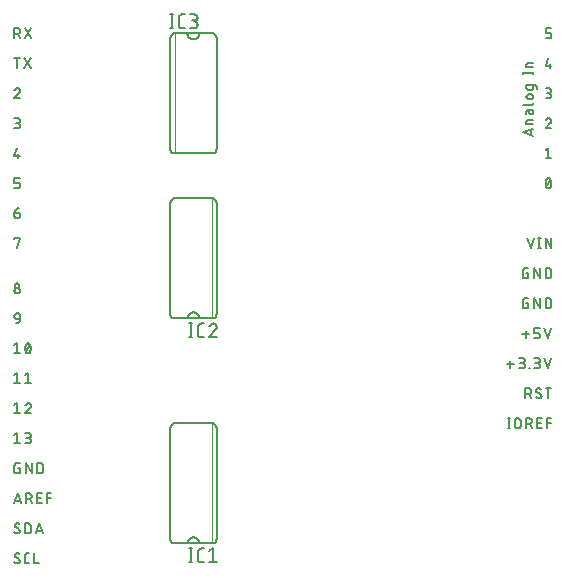
<source format=gbr>
G04 EAGLE Gerber X2 export*
%TF.Part,Single*%
%TF.FileFunction,Legend,Top,1*%
%TF.FilePolarity,Positive*%
%TF.GenerationSoftware,Autodesk,EAGLE,9.0.0*%
%TF.CreationDate,2018-10-21T06:38:59Z*%
G75*
%MOMM*%
%FSLAX34Y34*%
%LPD*%
%AMOC8*
5,1,8,0,0,1.08239X$1,22.5*%
G01*
%ADD10C,0.152400*%
%ADD11C,0.050800*%
%ADD12C,0.127000*%


D10*
X551942Y389890D02*
X551942Y295910D01*
X591058Y389890D02*
X591056Y390012D01*
X591050Y390134D01*
X591040Y390256D01*
X591027Y390377D01*
X591009Y390498D01*
X590988Y390618D01*
X590962Y390738D01*
X590933Y390856D01*
X590901Y390974D01*
X590864Y391091D01*
X590824Y391206D01*
X590780Y391320D01*
X590732Y391432D01*
X590681Y391543D01*
X590626Y391652D01*
X590568Y391760D01*
X590506Y391865D01*
X590441Y391968D01*
X590373Y392070D01*
X590301Y392169D01*
X590227Y392265D01*
X590149Y392360D01*
X590068Y392451D01*
X589985Y392541D01*
X589899Y392627D01*
X589809Y392710D01*
X589718Y392791D01*
X589623Y392869D01*
X589527Y392943D01*
X589428Y393015D01*
X589326Y393083D01*
X589223Y393148D01*
X589118Y393210D01*
X589010Y393268D01*
X588901Y393323D01*
X588790Y393374D01*
X588678Y393422D01*
X588564Y393466D01*
X588449Y393506D01*
X588332Y393543D01*
X588214Y393575D01*
X588096Y393604D01*
X587976Y393630D01*
X587856Y393651D01*
X587735Y393669D01*
X587614Y393682D01*
X587492Y393692D01*
X587370Y393698D01*
X587248Y393700D01*
X551942Y295910D02*
X551944Y295788D01*
X551950Y295666D01*
X551960Y295544D01*
X551973Y295423D01*
X551991Y295302D01*
X552012Y295182D01*
X552038Y295062D01*
X552067Y294944D01*
X552099Y294826D01*
X552136Y294709D01*
X552176Y294594D01*
X552220Y294480D01*
X552268Y294368D01*
X552319Y294257D01*
X552374Y294148D01*
X552432Y294040D01*
X552494Y293935D01*
X552559Y293832D01*
X552627Y293730D01*
X552699Y293631D01*
X552773Y293535D01*
X552851Y293440D01*
X552932Y293349D01*
X553015Y293259D01*
X553101Y293173D01*
X553191Y293090D01*
X553282Y293009D01*
X553377Y292931D01*
X553473Y292857D01*
X553572Y292785D01*
X553674Y292717D01*
X553777Y292652D01*
X553882Y292590D01*
X553990Y292532D01*
X554099Y292477D01*
X554210Y292426D01*
X554322Y292378D01*
X554436Y292334D01*
X554551Y292294D01*
X554668Y292257D01*
X554786Y292225D01*
X554904Y292196D01*
X555024Y292170D01*
X555144Y292149D01*
X555265Y292131D01*
X555386Y292118D01*
X555508Y292108D01*
X555630Y292102D01*
X555752Y292100D01*
X551942Y389890D02*
X551944Y390012D01*
X551950Y390134D01*
X551960Y390256D01*
X551973Y390377D01*
X551991Y390498D01*
X552012Y390618D01*
X552038Y390738D01*
X552067Y390856D01*
X552099Y390974D01*
X552136Y391091D01*
X552176Y391206D01*
X552220Y391320D01*
X552268Y391432D01*
X552319Y391543D01*
X552374Y391652D01*
X552432Y391760D01*
X552494Y391865D01*
X552559Y391968D01*
X552627Y392070D01*
X552699Y392169D01*
X552773Y392265D01*
X552851Y392360D01*
X552932Y392451D01*
X553015Y392541D01*
X553101Y392627D01*
X553191Y392710D01*
X553282Y392791D01*
X553377Y392869D01*
X553473Y392943D01*
X553572Y393015D01*
X553674Y393083D01*
X553777Y393148D01*
X553882Y393210D01*
X553990Y393268D01*
X554099Y393323D01*
X554210Y393374D01*
X554322Y393422D01*
X554436Y393466D01*
X554551Y393506D01*
X554668Y393543D01*
X554786Y393575D01*
X554904Y393604D01*
X555024Y393630D01*
X555144Y393651D01*
X555265Y393669D01*
X555386Y393682D01*
X555508Y393692D01*
X555630Y393698D01*
X555752Y393700D01*
X591058Y295910D02*
X591056Y295788D01*
X591050Y295666D01*
X591040Y295544D01*
X591027Y295423D01*
X591009Y295302D01*
X590988Y295182D01*
X590962Y295062D01*
X590933Y294944D01*
X590901Y294826D01*
X590864Y294709D01*
X590824Y294594D01*
X590780Y294480D01*
X590732Y294368D01*
X590681Y294257D01*
X590626Y294148D01*
X590568Y294040D01*
X590506Y293935D01*
X590441Y293832D01*
X590373Y293730D01*
X590301Y293631D01*
X590227Y293535D01*
X590149Y293440D01*
X590068Y293349D01*
X589985Y293259D01*
X589899Y293173D01*
X589809Y293090D01*
X589718Y293009D01*
X589623Y292931D01*
X589527Y292857D01*
X589428Y292785D01*
X589326Y292717D01*
X589223Y292652D01*
X589118Y292590D01*
X589010Y292532D01*
X588901Y292477D01*
X588790Y292426D01*
X588678Y292378D01*
X588564Y292334D01*
X588449Y292294D01*
X588332Y292257D01*
X588214Y292225D01*
X588096Y292196D01*
X587976Y292170D01*
X587856Y292149D01*
X587735Y292131D01*
X587614Y292118D01*
X587492Y292108D01*
X587370Y292102D01*
X587248Y292100D01*
X591058Y295910D02*
X591058Y389890D01*
X587248Y393700D02*
X555752Y393700D01*
X555752Y292100D02*
X566420Y292100D01*
X576580Y292100D01*
X587248Y292100D01*
X576580Y292100D02*
X576578Y292241D01*
X576572Y292382D01*
X576562Y292523D01*
X576549Y292664D01*
X576531Y292804D01*
X576509Y292943D01*
X576484Y293082D01*
X576455Y293221D01*
X576422Y293358D01*
X576385Y293494D01*
X576344Y293629D01*
X576300Y293764D01*
X576252Y293896D01*
X576200Y294028D01*
X576145Y294158D01*
X576086Y294286D01*
X576023Y294413D01*
X575957Y294537D01*
X575888Y294660D01*
X575815Y294781D01*
X575739Y294900D01*
X575659Y295017D01*
X575576Y295131D01*
X575491Y295244D01*
X575402Y295353D01*
X575310Y295461D01*
X575215Y295565D01*
X575117Y295667D01*
X575016Y295766D01*
X574913Y295863D01*
X574807Y295956D01*
X574699Y296046D01*
X574588Y296134D01*
X574475Y296218D01*
X574359Y296299D01*
X574241Y296377D01*
X574121Y296452D01*
X573999Y296523D01*
X573875Y296591D01*
X573749Y296655D01*
X573622Y296716D01*
X573493Y296773D01*
X573362Y296826D01*
X573230Y296876D01*
X573097Y296923D01*
X572962Y296965D01*
X572826Y297004D01*
X572689Y297039D01*
X572552Y297070D01*
X572413Y297097D01*
X572274Y297121D01*
X572134Y297140D01*
X571994Y297156D01*
X571853Y297168D01*
X571712Y297176D01*
X571571Y297180D01*
X571429Y297180D01*
X571288Y297176D01*
X571147Y297168D01*
X571006Y297156D01*
X570866Y297140D01*
X570726Y297121D01*
X570587Y297097D01*
X570448Y297070D01*
X570311Y297039D01*
X570174Y297004D01*
X570038Y296965D01*
X569903Y296923D01*
X569770Y296876D01*
X569638Y296826D01*
X569507Y296773D01*
X569378Y296716D01*
X569251Y296655D01*
X569125Y296591D01*
X569001Y296523D01*
X568879Y296452D01*
X568759Y296377D01*
X568641Y296299D01*
X568525Y296218D01*
X568412Y296134D01*
X568301Y296046D01*
X568193Y295956D01*
X568087Y295863D01*
X567984Y295766D01*
X567883Y295667D01*
X567785Y295565D01*
X567690Y295461D01*
X567598Y295353D01*
X567509Y295244D01*
X567424Y295131D01*
X567341Y295017D01*
X567261Y294900D01*
X567185Y294781D01*
X567112Y294660D01*
X567043Y294537D01*
X566977Y294413D01*
X566914Y294286D01*
X566855Y294158D01*
X566800Y294028D01*
X566748Y293896D01*
X566700Y293764D01*
X566656Y293629D01*
X566615Y293494D01*
X566578Y293358D01*
X566545Y293221D01*
X566516Y293082D01*
X566491Y292943D01*
X566469Y292804D01*
X566451Y292664D01*
X566438Y292523D01*
X566428Y292382D01*
X566422Y292241D01*
X566420Y292100D01*
D11*
X587502Y292100D02*
X587502Y393700D01*
D12*
X569341Y287655D02*
X569341Y276225D01*
X568071Y276225D02*
X570611Y276225D01*
X570611Y287655D02*
X568071Y287655D01*
X577813Y276225D02*
X580353Y276225D01*
X577813Y276225D02*
X577713Y276227D01*
X577614Y276233D01*
X577514Y276243D01*
X577416Y276256D01*
X577317Y276274D01*
X577220Y276295D01*
X577124Y276320D01*
X577028Y276349D01*
X576934Y276382D01*
X576841Y276418D01*
X576750Y276458D01*
X576660Y276502D01*
X576572Y276549D01*
X576486Y276599D01*
X576402Y276653D01*
X576320Y276710D01*
X576241Y276770D01*
X576163Y276834D01*
X576089Y276900D01*
X576017Y276969D01*
X575948Y277041D01*
X575882Y277115D01*
X575818Y277193D01*
X575758Y277272D01*
X575701Y277354D01*
X575647Y277438D01*
X575597Y277524D01*
X575550Y277612D01*
X575506Y277702D01*
X575466Y277793D01*
X575430Y277886D01*
X575397Y277980D01*
X575368Y278076D01*
X575343Y278172D01*
X575322Y278269D01*
X575304Y278368D01*
X575291Y278466D01*
X575281Y278566D01*
X575275Y278665D01*
X575273Y278765D01*
X575273Y285115D01*
X575275Y285215D01*
X575281Y285314D01*
X575291Y285414D01*
X575304Y285512D01*
X575322Y285611D01*
X575343Y285708D01*
X575368Y285804D01*
X575397Y285900D01*
X575430Y285994D01*
X575466Y286087D01*
X575506Y286178D01*
X575550Y286268D01*
X575597Y286356D01*
X575647Y286442D01*
X575701Y286526D01*
X575758Y286608D01*
X575818Y286687D01*
X575882Y286765D01*
X575948Y286839D01*
X576017Y286911D01*
X576089Y286980D01*
X576163Y287046D01*
X576241Y287110D01*
X576320Y287170D01*
X576402Y287227D01*
X576486Y287281D01*
X576572Y287331D01*
X576660Y287378D01*
X576750Y287422D01*
X576841Y287462D01*
X576934Y287498D01*
X577028Y287531D01*
X577124Y287560D01*
X577220Y287585D01*
X577317Y287606D01*
X577416Y287624D01*
X577514Y287637D01*
X577614Y287647D01*
X577713Y287653D01*
X577813Y287655D01*
X580353Y287655D01*
X584835Y285115D02*
X588010Y287655D01*
X588010Y276225D01*
X584835Y276225D02*
X591185Y276225D01*
D10*
X551942Y486410D02*
X551942Y580390D01*
X587248Y584200D02*
X587370Y584198D01*
X587492Y584192D01*
X587614Y584182D01*
X587735Y584169D01*
X587856Y584151D01*
X587976Y584130D01*
X588096Y584104D01*
X588214Y584075D01*
X588332Y584043D01*
X588449Y584006D01*
X588564Y583966D01*
X588678Y583922D01*
X588790Y583874D01*
X588901Y583823D01*
X589010Y583768D01*
X589118Y583710D01*
X589223Y583648D01*
X589326Y583583D01*
X589428Y583515D01*
X589527Y583443D01*
X589623Y583369D01*
X589718Y583291D01*
X589809Y583210D01*
X589899Y583127D01*
X589985Y583041D01*
X590068Y582951D01*
X590149Y582860D01*
X590227Y582765D01*
X590301Y582669D01*
X590373Y582570D01*
X590441Y582468D01*
X590506Y582365D01*
X590568Y582260D01*
X590626Y582152D01*
X590681Y582043D01*
X590732Y581932D01*
X590780Y581820D01*
X590824Y581706D01*
X590864Y581591D01*
X590901Y581474D01*
X590933Y581356D01*
X590962Y581238D01*
X590988Y581118D01*
X591009Y580998D01*
X591027Y580877D01*
X591040Y580756D01*
X591050Y580634D01*
X591056Y580512D01*
X591058Y580390D01*
X551942Y486410D02*
X551944Y486288D01*
X551950Y486166D01*
X551960Y486044D01*
X551973Y485923D01*
X551991Y485802D01*
X552012Y485682D01*
X552038Y485562D01*
X552067Y485444D01*
X552099Y485326D01*
X552136Y485209D01*
X552176Y485094D01*
X552220Y484980D01*
X552268Y484868D01*
X552319Y484757D01*
X552374Y484648D01*
X552432Y484540D01*
X552494Y484435D01*
X552559Y484332D01*
X552627Y484230D01*
X552699Y484131D01*
X552773Y484035D01*
X552851Y483940D01*
X552932Y483849D01*
X553015Y483759D01*
X553101Y483673D01*
X553191Y483590D01*
X553282Y483509D01*
X553377Y483431D01*
X553473Y483357D01*
X553572Y483285D01*
X553674Y483217D01*
X553777Y483152D01*
X553882Y483090D01*
X553990Y483032D01*
X554099Y482977D01*
X554210Y482926D01*
X554322Y482878D01*
X554436Y482834D01*
X554551Y482794D01*
X554668Y482757D01*
X554786Y482725D01*
X554904Y482696D01*
X555024Y482670D01*
X555144Y482649D01*
X555265Y482631D01*
X555386Y482618D01*
X555508Y482608D01*
X555630Y482602D01*
X555752Y482600D01*
X551942Y580390D02*
X551944Y580512D01*
X551950Y580634D01*
X551960Y580756D01*
X551973Y580877D01*
X551991Y580998D01*
X552012Y581118D01*
X552038Y581238D01*
X552067Y581356D01*
X552099Y581474D01*
X552136Y581591D01*
X552176Y581706D01*
X552220Y581820D01*
X552268Y581932D01*
X552319Y582043D01*
X552374Y582152D01*
X552432Y582260D01*
X552494Y582365D01*
X552559Y582468D01*
X552627Y582570D01*
X552699Y582669D01*
X552773Y582765D01*
X552851Y582860D01*
X552932Y582951D01*
X553015Y583041D01*
X553101Y583127D01*
X553191Y583210D01*
X553282Y583291D01*
X553377Y583369D01*
X553473Y583443D01*
X553572Y583515D01*
X553674Y583583D01*
X553777Y583648D01*
X553882Y583710D01*
X553990Y583768D01*
X554099Y583823D01*
X554210Y583874D01*
X554322Y583922D01*
X554436Y583966D01*
X554551Y584006D01*
X554668Y584043D01*
X554786Y584075D01*
X554904Y584104D01*
X555024Y584130D01*
X555144Y584151D01*
X555265Y584169D01*
X555386Y584182D01*
X555508Y584192D01*
X555630Y584198D01*
X555752Y584200D01*
X591058Y486410D02*
X591056Y486288D01*
X591050Y486166D01*
X591040Y486044D01*
X591027Y485923D01*
X591009Y485802D01*
X590988Y485682D01*
X590962Y485562D01*
X590933Y485444D01*
X590901Y485326D01*
X590864Y485209D01*
X590824Y485094D01*
X590780Y484980D01*
X590732Y484868D01*
X590681Y484757D01*
X590626Y484648D01*
X590568Y484540D01*
X590506Y484435D01*
X590441Y484332D01*
X590373Y484230D01*
X590301Y484131D01*
X590227Y484035D01*
X590149Y483940D01*
X590068Y483849D01*
X589985Y483759D01*
X589899Y483673D01*
X589809Y483590D01*
X589718Y483509D01*
X589623Y483431D01*
X589527Y483357D01*
X589428Y483285D01*
X589326Y483217D01*
X589223Y483152D01*
X589118Y483090D01*
X589010Y483032D01*
X588901Y482977D01*
X588790Y482926D01*
X588678Y482878D01*
X588564Y482834D01*
X588449Y482794D01*
X588332Y482757D01*
X588214Y482725D01*
X588096Y482696D01*
X587976Y482670D01*
X587856Y482649D01*
X587735Y482631D01*
X587614Y482618D01*
X587492Y482608D01*
X587370Y482602D01*
X587248Y482600D01*
X591058Y486410D02*
X591058Y580390D01*
X587248Y584200D02*
X555752Y584200D01*
X555752Y482600D02*
X566420Y482600D01*
X576580Y482600D01*
X587248Y482600D01*
X576580Y482600D02*
X576578Y482741D01*
X576572Y482882D01*
X576562Y483023D01*
X576549Y483164D01*
X576531Y483304D01*
X576509Y483443D01*
X576484Y483582D01*
X576455Y483721D01*
X576422Y483858D01*
X576385Y483994D01*
X576344Y484129D01*
X576300Y484264D01*
X576252Y484396D01*
X576200Y484528D01*
X576145Y484658D01*
X576086Y484786D01*
X576023Y484913D01*
X575957Y485037D01*
X575888Y485160D01*
X575815Y485281D01*
X575739Y485400D01*
X575659Y485517D01*
X575576Y485631D01*
X575491Y485744D01*
X575402Y485853D01*
X575310Y485961D01*
X575215Y486065D01*
X575117Y486167D01*
X575016Y486266D01*
X574913Y486363D01*
X574807Y486456D01*
X574699Y486546D01*
X574588Y486634D01*
X574475Y486718D01*
X574359Y486799D01*
X574241Y486877D01*
X574121Y486952D01*
X573999Y487023D01*
X573875Y487091D01*
X573749Y487155D01*
X573622Y487216D01*
X573493Y487273D01*
X573362Y487326D01*
X573230Y487376D01*
X573097Y487423D01*
X572962Y487465D01*
X572826Y487504D01*
X572689Y487539D01*
X572552Y487570D01*
X572413Y487597D01*
X572274Y487621D01*
X572134Y487640D01*
X571994Y487656D01*
X571853Y487668D01*
X571712Y487676D01*
X571571Y487680D01*
X571429Y487680D01*
X571288Y487676D01*
X571147Y487668D01*
X571006Y487656D01*
X570866Y487640D01*
X570726Y487621D01*
X570587Y487597D01*
X570448Y487570D01*
X570311Y487539D01*
X570174Y487504D01*
X570038Y487465D01*
X569903Y487423D01*
X569770Y487376D01*
X569638Y487326D01*
X569507Y487273D01*
X569378Y487216D01*
X569251Y487155D01*
X569125Y487091D01*
X569001Y487023D01*
X568879Y486952D01*
X568759Y486877D01*
X568641Y486799D01*
X568525Y486718D01*
X568412Y486634D01*
X568301Y486546D01*
X568193Y486456D01*
X568087Y486363D01*
X567984Y486266D01*
X567883Y486167D01*
X567785Y486065D01*
X567690Y485961D01*
X567598Y485853D01*
X567509Y485744D01*
X567424Y485631D01*
X567341Y485517D01*
X567261Y485400D01*
X567185Y485281D01*
X567112Y485160D01*
X567043Y485037D01*
X566977Y484913D01*
X566914Y484786D01*
X566855Y484658D01*
X566800Y484528D01*
X566748Y484396D01*
X566700Y484264D01*
X566656Y484129D01*
X566615Y483994D01*
X566578Y483858D01*
X566545Y483721D01*
X566516Y483582D01*
X566491Y483443D01*
X566469Y483304D01*
X566451Y483164D01*
X566438Y483023D01*
X566428Y482882D01*
X566422Y482741D01*
X566420Y482600D01*
D11*
X587502Y482600D02*
X587502Y584200D01*
D12*
X569341Y478155D02*
X569341Y466725D01*
X568071Y466725D02*
X570611Y466725D01*
X570611Y478155D02*
X568071Y478155D01*
X577813Y466725D02*
X580353Y466725D01*
X577813Y466725D02*
X577713Y466727D01*
X577614Y466733D01*
X577514Y466743D01*
X577416Y466756D01*
X577317Y466774D01*
X577220Y466795D01*
X577124Y466820D01*
X577028Y466849D01*
X576934Y466882D01*
X576841Y466918D01*
X576750Y466958D01*
X576660Y467002D01*
X576572Y467049D01*
X576486Y467099D01*
X576402Y467153D01*
X576320Y467210D01*
X576241Y467270D01*
X576163Y467334D01*
X576089Y467400D01*
X576017Y467469D01*
X575948Y467541D01*
X575882Y467615D01*
X575818Y467693D01*
X575758Y467772D01*
X575701Y467854D01*
X575647Y467938D01*
X575597Y468024D01*
X575550Y468112D01*
X575506Y468202D01*
X575466Y468293D01*
X575430Y468386D01*
X575397Y468480D01*
X575368Y468576D01*
X575343Y468672D01*
X575322Y468769D01*
X575304Y468868D01*
X575291Y468966D01*
X575281Y469066D01*
X575275Y469165D01*
X575273Y469265D01*
X575273Y475615D01*
X575275Y475715D01*
X575281Y475814D01*
X575291Y475914D01*
X575304Y476012D01*
X575322Y476111D01*
X575343Y476208D01*
X575368Y476304D01*
X575397Y476400D01*
X575430Y476494D01*
X575466Y476587D01*
X575506Y476678D01*
X575550Y476768D01*
X575597Y476856D01*
X575647Y476942D01*
X575701Y477026D01*
X575758Y477108D01*
X575818Y477187D01*
X575882Y477265D01*
X575948Y477339D01*
X576017Y477411D01*
X576089Y477480D01*
X576163Y477546D01*
X576241Y477610D01*
X576320Y477670D01*
X576402Y477727D01*
X576486Y477781D01*
X576572Y477831D01*
X576660Y477878D01*
X576750Y477922D01*
X576841Y477962D01*
X576934Y477998D01*
X577028Y478031D01*
X577124Y478060D01*
X577220Y478085D01*
X577317Y478106D01*
X577416Y478124D01*
X577514Y478137D01*
X577614Y478147D01*
X577713Y478153D01*
X577813Y478155D01*
X580353Y478155D01*
X588328Y478156D02*
X588432Y478154D01*
X588537Y478148D01*
X588641Y478139D01*
X588744Y478126D01*
X588847Y478108D01*
X588949Y478088D01*
X589051Y478063D01*
X589151Y478035D01*
X589251Y478003D01*
X589349Y477967D01*
X589446Y477928D01*
X589541Y477886D01*
X589635Y477840D01*
X589727Y477790D01*
X589817Y477738D01*
X589905Y477682D01*
X589991Y477622D01*
X590075Y477560D01*
X590156Y477495D01*
X590235Y477427D01*
X590312Y477355D01*
X590385Y477282D01*
X590457Y477205D01*
X590525Y477126D01*
X590590Y477045D01*
X590652Y476961D01*
X590712Y476875D01*
X590768Y476787D01*
X590820Y476697D01*
X590870Y476605D01*
X590916Y476511D01*
X590958Y476416D01*
X590997Y476319D01*
X591033Y476221D01*
X591065Y476121D01*
X591093Y476021D01*
X591118Y475919D01*
X591138Y475817D01*
X591156Y475714D01*
X591169Y475611D01*
X591178Y475507D01*
X591184Y475402D01*
X591186Y475298D01*
X588328Y478155D02*
X588210Y478153D01*
X588091Y478147D01*
X587973Y478138D01*
X587856Y478125D01*
X587739Y478107D01*
X587622Y478087D01*
X587506Y478062D01*
X587391Y478034D01*
X587278Y478001D01*
X587165Y477966D01*
X587053Y477926D01*
X586943Y477884D01*
X586834Y477837D01*
X586726Y477787D01*
X586621Y477734D01*
X586517Y477677D01*
X586415Y477617D01*
X586315Y477554D01*
X586217Y477487D01*
X586121Y477418D01*
X586028Y477345D01*
X585937Y477269D01*
X585848Y477191D01*
X585762Y477109D01*
X585679Y477025D01*
X585598Y476939D01*
X585521Y476849D01*
X585446Y476758D01*
X585374Y476664D01*
X585305Y476567D01*
X585240Y476469D01*
X585177Y476368D01*
X585118Y476265D01*
X585062Y476161D01*
X585010Y476055D01*
X584961Y475947D01*
X584916Y475838D01*
X584874Y475727D01*
X584836Y475615D01*
X590233Y473076D02*
X590309Y473151D01*
X590384Y473230D01*
X590455Y473311D01*
X590524Y473395D01*
X590589Y473481D01*
X590651Y473569D01*
X590711Y473659D01*
X590767Y473751D01*
X590820Y473846D01*
X590869Y473942D01*
X590915Y474040D01*
X590958Y474139D01*
X590997Y474240D01*
X591032Y474342D01*
X591064Y474445D01*
X591092Y474549D01*
X591117Y474654D01*
X591138Y474761D01*
X591155Y474867D01*
X591168Y474974D01*
X591177Y475082D01*
X591183Y475190D01*
X591185Y475298D01*
X590233Y473075D02*
X584835Y466725D01*
X591185Y466725D01*
D10*
X591058Y626110D02*
X591058Y720090D01*
X551942Y626110D02*
X551944Y625988D01*
X551950Y625866D01*
X551960Y625744D01*
X551973Y625623D01*
X551991Y625502D01*
X552012Y625382D01*
X552038Y625262D01*
X552067Y625144D01*
X552099Y625026D01*
X552136Y624909D01*
X552176Y624794D01*
X552220Y624680D01*
X552268Y624568D01*
X552319Y624457D01*
X552374Y624348D01*
X552432Y624240D01*
X552494Y624135D01*
X552559Y624032D01*
X552627Y623930D01*
X552699Y623831D01*
X552773Y623735D01*
X552851Y623640D01*
X552932Y623549D01*
X553015Y623459D01*
X553101Y623373D01*
X553191Y623290D01*
X553282Y623209D01*
X553377Y623131D01*
X553473Y623057D01*
X553572Y622985D01*
X553674Y622917D01*
X553777Y622852D01*
X553882Y622790D01*
X553990Y622732D01*
X554099Y622677D01*
X554210Y622626D01*
X554322Y622578D01*
X554436Y622534D01*
X554551Y622494D01*
X554668Y622457D01*
X554786Y622425D01*
X554904Y622396D01*
X555024Y622370D01*
X555144Y622349D01*
X555265Y622331D01*
X555386Y622318D01*
X555508Y622308D01*
X555630Y622302D01*
X555752Y622300D01*
X591058Y720090D02*
X591056Y720212D01*
X591050Y720334D01*
X591040Y720456D01*
X591027Y720577D01*
X591009Y720698D01*
X590988Y720818D01*
X590962Y720938D01*
X590933Y721056D01*
X590901Y721174D01*
X590864Y721291D01*
X590824Y721406D01*
X590780Y721520D01*
X590732Y721632D01*
X590681Y721743D01*
X590626Y721852D01*
X590568Y721960D01*
X590506Y722065D01*
X590441Y722168D01*
X590373Y722270D01*
X590301Y722369D01*
X590227Y722465D01*
X590149Y722560D01*
X590068Y722651D01*
X589985Y722741D01*
X589899Y722827D01*
X589809Y722910D01*
X589718Y722991D01*
X589623Y723069D01*
X589527Y723143D01*
X589428Y723215D01*
X589326Y723283D01*
X589223Y723348D01*
X589118Y723410D01*
X589010Y723468D01*
X588901Y723523D01*
X588790Y723574D01*
X588678Y723622D01*
X588564Y723666D01*
X588449Y723706D01*
X588332Y723743D01*
X588214Y723775D01*
X588096Y723804D01*
X587976Y723830D01*
X587856Y723851D01*
X587735Y723869D01*
X587614Y723882D01*
X587492Y723892D01*
X587370Y723898D01*
X587248Y723900D01*
X591058Y626110D02*
X591056Y625988D01*
X591050Y625866D01*
X591040Y625744D01*
X591027Y625623D01*
X591009Y625502D01*
X590988Y625382D01*
X590962Y625262D01*
X590933Y625144D01*
X590901Y625026D01*
X590864Y624909D01*
X590824Y624794D01*
X590780Y624680D01*
X590732Y624568D01*
X590681Y624457D01*
X590626Y624348D01*
X590568Y624240D01*
X590506Y624135D01*
X590441Y624032D01*
X590373Y623930D01*
X590301Y623831D01*
X590227Y623735D01*
X590149Y623640D01*
X590068Y623549D01*
X589985Y623459D01*
X589899Y623373D01*
X589809Y623290D01*
X589718Y623209D01*
X589623Y623131D01*
X589527Y623057D01*
X589428Y622985D01*
X589326Y622917D01*
X589223Y622852D01*
X589118Y622790D01*
X589010Y622732D01*
X588901Y622677D01*
X588790Y622626D01*
X588678Y622578D01*
X588564Y622534D01*
X588449Y622494D01*
X588332Y622457D01*
X588214Y622425D01*
X588096Y622396D01*
X587976Y622370D01*
X587856Y622349D01*
X587735Y622331D01*
X587614Y622318D01*
X587492Y622308D01*
X587370Y622302D01*
X587248Y622300D01*
X551942Y720090D02*
X551944Y720212D01*
X551950Y720334D01*
X551960Y720456D01*
X551973Y720577D01*
X551991Y720698D01*
X552012Y720818D01*
X552038Y720938D01*
X552067Y721056D01*
X552099Y721174D01*
X552136Y721291D01*
X552176Y721406D01*
X552220Y721520D01*
X552268Y721632D01*
X552319Y721743D01*
X552374Y721852D01*
X552432Y721960D01*
X552494Y722065D01*
X552559Y722168D01*
X552627Y722270D01*
X552699Y722369D01*
X552773Y722465D01*
X552851Y722560D01*
X552932Y722651D01*
X553015Y722741D01*
X553101Y722827D01*
X553191Y722910D01*
X553282Y722991D01*
X553377Y723069D01*
X553473Y723143D01*
X553572Y723215D01*
X553674Y723283D01*
X553777Y723348D01*
X553882Y723410D01*
X553990Y723468D01*
X554099Y723523D01*
X554210Y723574D01*
X554322Y723622D01*
X554436Y723666D01*
X554551Y723706D01*
X554668Y723743D01*
X554786Y723775D01*
X554904Y723804D01*
X555024Y723830D01*
X555144Y723851D01*
X555265Y723869D01*
X555386Y723882D01*
X555508Y723892D01*
X555630Y723898D01*
X555752Y723900D01*
X551942Y720090D02*
X551942Y626110D01*
X555752Y622300D02*
X587248Y622300D01*
X587248Y723900D02*
X576580Y723900D01*
X566420Y723900D01*
X555752Y723900D01*
X566420Y723900D02*
X566422Y723759D01*
X566428Y723618D01*
X566438Y723477D01*
X566451Y723336D01*
X566469Y723196D01*
X566491Y723057D01*
X566516Y722918D01*
X566545Y722779D01*
X566578Y722642D01*
X566615Y722506D01*
X566656Y722371D01*
X566700Y722236D01*
X566748Y722104D01*
X566800Y721972D01*
X566855Y721842D01*
X566914Y721714D01*
X566977Y721587D01*
X567043Y721463D01*
X567112Y721340D01*
X567185Y721219D01*
X567261Y721100D01*
X567341Y720983D01*
X567424Y720869D01*
X567509Y720756D01*
X567598Y720647D01*
X567690Y720539D01*
X567785Y720435D01*
X567883Y720333D01*
X567984Y720234D01*
X568087Y720137D01*
X568193Y720044D01*
X568301Y719954D01*
X568412Y719866D01*
X568525Y719782D01*
X568641Y719701D01*
X568759Y719623D01*
X568879Y719548D01*
X569001Y719477D01*
X569125Y719409D01*
X569251Y719345D01*
X569378Y719284D01*
X569507Y719227D01*
X569638Y719174D01*
X569770Y719124D01*
X569903Y719077D01*
X570038Y719035D01*
X570174Y718996D01*
X570311Y718961D01*
X570448Y718930D01*
X570587Y718903D01*
X570726Y718879D01*
X570866Y718860D01*
X571006Y718844D01*
X571147Y718832D01*
X571288Y718824D01*
X571429Y718820D01*
X571571Y718820D01*
X571712Y718824D01*
X571853Y718832D01*
X571994Y718844D01*
X572134Y718860D01*
X572274Y718879D01*
X572413Y718903D01*
X572552Y718930D01*
X572689Y718961D01*
X572826Y718996D01*
X572962Y719035D01*
X573097Y719077D01*
X573230Y719124D01*
X573362Y719174D01*
X573493Y719227D01*
X573622Y719284D01*
X573749Y719345D01*
X573875Y719409D01*
X573999Y719477D01*
X574121Y719548D01*
X574241Y719623D01*
X574359Y719701D01*
X574475Y719782D01*
X574588Y719866D01*
X574699Y719954D01*
X574807Y720044D01*
X574913Y720137D01*
X575016Y720234D01*
X575117Y720333D01*
X575215Y720435D01*
X575310Y720539D01*
X575402Y720647D01*
X575491Y720756D01*
X575576Y720869D01*
X575659Y720983D01*
X575739Y721100D01*
X575815Y721219D01*
X575888Y721340D01*
X575957Y721463D01*
X576023Y721587D01*
X576086Y721714D01*
X576145Y721842D01*
X576200Y721972D01*
X576252Y722104D01*
X576300Y722236D01*
X576344Y722371D01*
X576385Y722506D01*
X576422Y722642D01*
X576455Y722779D01*
X576484Y722918D01*
X576509Y723057D01*
X576531Y723196D01*
X576549Y723336D01*
X576562Y723477D01*
X576572Y723618D01*
X576578Y723759D01*
X576580Y723900D01*
D11*
X555498Y723900D02*
X555498Y622300D01*
D12*
X553085Y728345D02*
X553085Y739775D01*
X551815Y728345D02*
X554355Y728345D01*
X554355Y739775D02*
X551815Y739775D01*
X561557Y728345D02*
X564097Y728345D01*
X561557Y728345D02*
X561457Y728347D01*
X561358Y728353D01*
X561258Y728363D01*
X561160Y728376D01*
X561061Y728394D01*
X560964Y728415D01*
X560868Y728440D01*
X560772Y728469D01*
X560678Y728502D01*
X560585Y728538D01*
X560494Y728578D01*
X560404Y728622D01*
X560316Y728669D01*
X560230Y728719D01*
X560146Y728773D01*
X560064Y728830D01*
X559985Y728890D01*
X559907Y728954D01*
X559833Y729020D01*
X559761Y729089D01*
X559692Y729161D01*
X559626Y729235D01*
X559562Y729313D01*
X559502Y729392D01*
X559445Y729474D01*
X559391Y729558D01*
X559341Y729644D01*
X559294Y729732D01*
X559250Y729822D01*
X559210Y729913D01*
X559174Y730006D01*
X559141Y730100D01*
X559112Y730196D01*
X559087Y730292D01*
X559066Y730389D01*
X559048Y730488D01*
X559035Y730586D01*
X559025Y730686D01*
X559019Y730785D01*
X559017Y730885D01*
X559017Y737235D01*
X559019Y737335D01*
X559025Y737434D01*
X559035Y737534D01*
X559048Y737632D01*
X559066Y737731D01*
X559087Y737828D01*
X559112Y737924D01*
X559141Y738020D01*
X559174Y738114D01*
X559210Y738207D01*
X559250Y738298D01*
X559294Y738388D01*
X559341Y738476D01*
X559391Y738562D01*
X559445Y738646D01*
X559502Y738728D01*
X559562Y738807D01*
X559626Y738885D01*
X559692Y738959D01*
X559761Y739031D01*
X559833Y739100D01*
X559907Y739166D01*
X559985Y739230D01*
X560064Y739290D01*
X560146Y739347D01*
X560230Y739401D01*
X560316Y739451D01*
X560404Y739498D01*
X560494Y739542D01*
X560585Y739582D01*
X560678Y739618D01*
X560772Y739651D01*
X560868Y739680D01*
X560964Y739705D01*
X561061Y739726D01*
X561160Y739744D01*
X561258Y739757D01*
X561358Y739767D01*
X561457Y739773D01*
X561557Y739775D01*
X564097Y739775D01*
X568579Y728345D02*
X571754Y728345D01*
X571865Y728347D01*
X571975Y728353D01*
X572086Y728362D01*
X572196Y728376D01*
X572305Y728393D01*
X572414Y728414D01*
X572522Y728439D01*
X572629Y728468D01*
X572735Y728500D01*
X572840Y728536D01*
X572943Y728576D01*
X573045Y728619D01*
X573146Y728666D01*
X573245Y728717D01*
X573342Y728770D01*
X573436Y728827D01*
X573529Y728888D01*
X573620Y728951D01*
X573709Y729018D01*
X573795Y729088D01*
X573878Y729161D01*
X573960Y729236D01*
X574038Y729314D01*
X574113Y729396D01*
X574186Y729479D01*
X574256Y729565D01*
X574323Y729654D01*
X574386Y729745D01*
X574447Y729838D01*
X574504Y729933D01*
X574557Y730029D01*
X574608Y730128D01*
X574655Y730229D01*
X574698Y730331D01*
X574738Y730434D01*
X574774Y730539D01*
X574806Y730645D01*
X574835Y730752D01*
X574860Y730860D01*
X574881Y730969D01*
X574898Y731078D01*
X574912Y731188D01*
X574921Y731299D01*
X574927Y731409D01*
X574929Y731520D01*
X574927Y731631D01*
X574921Y731741D01*
X574912Y731852D01*
X574898Y731962D01*
X574881Y732071D01*
X574860Y732180D01*
X574835Y732288D01*
X574806Y732395D01*
X574774Y732501D01*
X574738Y732606D01*
X574698Y732709D01*
X574655Y732811D01*
X574608Y732912D01*
X574557Y733011D01*
X574504Y733107D01*
X574447Y733202D01*
X574386Y733295D01*
X574323Y733386D01*
X574256Y733475D01*
X574186Y733561D01*
X574113Y733644D01*
X574038Y733726D01*
X573960Y733804D01*
X573878Y733879D01*
X573795Y733952D01*
X573709Y734022D01*
X573620Y734089D01*
X573529Y734152D01*
X573436Y734213D01*
X573342Y734270D01*
X573245Y734323D01*
X573146Y734374D01*
X573045Y734421D01*
X572943Y734464D01*
X572840Y734504D01*
X572735Y734540D01*
X572629Y734572D01*
X572522Y734601D01*
X572414Y734626D01*
X572305Y734647D01*
X572196Y734664D01*
X572086Y734678D01*
X571975Y734687D01*
X571865Y734693D01*
X571754Y734695D01*
X572389Y739775D02*
X568579Y739775D01*
X572389Y739775D02*
X572489Y739773D01*
X572588Y739767D01*
X572688Y739757D01*
X572786Y739744D01*
X572885Y739726D01*
X572982Y739705D01*
X573078Y739680D01*
X573174Y739651D01*
X573268Y739618D01*
X573361Y739582D01*
X573452Y739542D01*
X573542Y739498D01*
X573630Y739451D01*
X573716Y739401D01*
X573800Y739347D01*
X573882Y739290D01*
X573961Y739230D01*
X574039Y739166D01*
X574113Y739100D01*
X574185Y739031D01*
X574254Y738959D01*
X574320Y738885D01*
X574384Y738807D01*
X574444Y738728D01*
X574501Y738646D01*
X574555Y738562D01*
X574605Y738476D01*
X574652Y738388D01*
X574696Y738298D01*
X574736Y738207D01*
X574772Y738114D01*
X574805Y738020D01*
X574834Y737924D01*
X574859Y737828D01*
X574880Y737731D01*
X574898Y737632D01*
X574911Y737534D01*
X574921Y737434D01*
X574927Y737335D01*
X574929Y737235D01*
X574927Y737135D01*
X574921Y737036D01*
X574911Y736936D01*
X574898Y736838D01*
X574880Y736739D01*
X574859Y736642D01*
X574834Y736546D01*
X574805Y736450D01*
X574772Y736356D01*
X574736Y736263D01*
X574696Y736172D01*
X574652Y736082D01*
X574605Y735994D01*
X574555Y735908D01*
X574501Y735824D01*
X574444Y735742D01*
X574384Y735663D01*
X574320Y735585D01*
X574254Y735511D01*
X574185Y735439D01*
X574113Y735370D01*
X574039Y735304D01*
X573961Y735240D01*
X573882Y735180D01*
X573800Y735123D01*
X573716Y735069D01*
X573630Y735019D01*
X573542Y734972D01*
X573452Y734928D01*
X573361Y734888D01*
X573268Y734852D01*
X573174Y734819D01*
X573078Y734790D01*
X572982Y734765D01*
X572885Y734744D01*
X572786Y734726D01*
X572688Y734713D01*
X572588Y734703D01*
X572489Y734697D01*
X572389Y734695D01*
X569849Y734695D01*
D10*
X853449Y495780D02*
X854888Y495780D01*
X854888Y490982D01*
X852009Y490982D01*
X851923Y490984D01*
X851837Y490990D01*
X851751Y490999D01*
X851666Y491013D01*
X851582Y491030D01*
X851498Y491051D01*
X851416Y491076D01*
X851335Y491104D01*
X851255Y491136D01*
X851176Y491172D01*
X851100Y491211D01*
X851025Y491254D01*
X850952Y491299D01*
X850881Y491348D01*
X850813Y491401D01*
X850746Y491456D01*
X850683Y491514D01*
X850622Y491575D01*
X850564Y491638D01*
X850509Y491705D01*
X850456Y491773D01*
X850407Y491844D01*
X850362Y491917D01*
X850319Y491992D01*
X850280Y492068D01*
X850244Y492147D01*
X850212Y492227D01*
X850184Y492308D01*
X850159Y492390D01*
X850138Y492474D01*
X850121Y492558D01*
X850107Y492643D01*
X850098Y492729D01*
X850092Y492815D01*
X850090Y492901D01*
X850090Y497699D01*
X850092Y497785D01*
X850098Y497871D01*
X850107Y497957D01*
X850121Y498042D01*
X850138Y498126D01*
X850159Y498210D01*
X850184Y498292D01*
X850212Y498373D01*
X850244Y498453D01*
X850280Y498532D01*
X850319Y498608D01*
X850362Y498683D01*
X850407Y498756D01*
X850456Y498827D01*
X850509Y498895D01*
X850564Y498962D01*
X850622Y499025D01*
X850683Y499086D01*
X850746Y499144D01*
X850813Y499199D01*
X850881Y499251D01*
X850952Y499301D01*
X851025Y499346D01*
X851100Y499389D01*
X851176Y499428D01*
X851255Y499464D01*
X851335Y499496D01*
X851416Y499524D01*
X851498Y499549D01*
X851582Y499570D01*
X851666Y499587D01*
X851751Y499601D01*
X851837Y499610D01*
X851923Y499616D01*
X852009Y499618D01*
X854888Y499618D01*
X859844Y499618D02*
X859844Y490982D01*
X864641Y490982D02*
X859844Y499618D01*
X864641Y499618D02*
X864641Y490982D01*
X869597Y490982D02*
X869597Y499618D01*
X871996Y499618D01*
X872093Y499616D01*
X872189Y499610D01*
X872285Y499601D01*
X872381Y499587D01*
X872476Y499570D01*
X872570Y499548D01*
X872663Y499523D01*
X872756Y499495D01*
X872847Y499462D01*
X872936Y499426D01*
X873024Y499386D01*
X873111Y499343D01*
X873196Y499297D01*
X873278Y499247D01*
X873359Y499193D01*
X873437Y499137D01*
X873513Y499077D01*
X873587Y499015D01*
X873658Y498949D01*
X873726Y498881D01*
X873792Y498810D01*
X873854Y498736D01*
X873914Y498660D01*
X873970Y498582D01*
X874024Y498501D01*
X874074Y498419D01*
X874120Y498334D01*
X874163Y498247D01*
X874203Y498159D01*
X874239Y498070D01*
X874272Y497979D01*
X874300Y497886D01*
X874325Y497793D01*
X874347Y497699D01*
X874364Y497604D01*
X874378Y497508D01*
X874387Y497412D01*
X874393Y497316D01*
X874395Y497219D01*
X874395Y493381D01*
X874393Y493284D01*
X874387Y493188D01*
X874378Y493092D01*
X874364Y492996D01*
X874347Y492901D01*
X874325Y492807D01*
X874300Y492714D01*
X874272Y492621D01*
X874239Y492530D01*
X874203Y492441D01*
X874163Y492353D01*
X874120Y492266D01*
X874074Y492182D01*
X874024Y492099D01*
X873970Y492018D01*
X873914Y491940D01*
X873854Y491864D01*
X873792Y491790D01*
X873726Y491719D01*
X873658Y491651D01*
X873587Y491585D01*
X873513Y491523D01*
X873437Y491463D01*
X873359Y491407D01*
X873278Y491353D01*
X873196Y491303D01*
X873111Y491257D01*
X873024Y491214D01*
X872936Y491174D01*
X872847Y491138D01*
X872756Y491105D01*
X872663Y491077D01*
X872570Y491052D01*
X872476Y491030D01*
X872381Y491013D01*
X872285Y490999D01*
X872189Y490990D01*
X872093Y490984D01*
X871996Y490982D01*
X869597Y490982D01*
X854888Y521180D02*
X853449Y521180D01*
X854888Y521180D02*
X854888Y516382D01*
X852009Y516382D01*
X851923Y516384D01*
X851837Y516390D01*
X851751Y516399D01*
X851666Y516413D01*
X851582Y516430D01*
X851498Y516451D01*
X851416Y516476D01*
X851335Y516504D01*
X851255Y516536D01*
X851176Y516572D01*
X851100Y516611D01*
X851025Y516654D01*
X850952Y516699D01*
X850881Y516748D01*
X850813Y516801D01*
X850746Y516856D01*
X850683Y516914D01*
X850622Y516975D01*
X850564Y517038D01*
X850509Y517105D01*
X850456Y517173D01*
X850407Y517244D01*
X850362Y517317D01*
X850319Y517392D01*
X850280Y517468D01*
X850244Y517547D01*
X850212Y517627D01*
X850184Y517708D01*
X850159Y517790D01*
X850138Y517874D01*
X850121Y517958D01*
X850107Y518043D01*
X850098Y518129D01*
X850092Y518215D01*
X850090Y518301D01*
X850090Y523099D01*
X850092Y523185D01*
X850098Y523271D01*
X850107Y523357D01*
X850121Y523442D01*
X850138Y523526D01*
X850159Y523610D01*
X850184Y523692D01*
X850212Y523773D01*
X850244Y523853D01*
X850280Y523932D01*
X850319Y524008D01*
X850362Y524083D01*
X850407Y524156D01*
X850456Y524227D01*
X850509Y524295D01*
X850564Y524362D01*
X850622Y524425D01*
X850683Y524486D01*
X850746Y524544D01*
X850813Y524599D01*
X850881Y524651D01*
X850952Y524701D01*
X851025Y524746D01*
X851100Y524789D01*
X851176Y524828D01*
X851255Y524864D01*
X851335Y524896D01*
X851416Y524924D01*
X851498Y524949D01*
X851582Y524970D01*
X851666Y524987D01*
X851751Y525001D01*
X851837Y525010D01*
X851923Y525016D01*
X852009Y525018D01*
X854888Y525018D01*
X859844Y525018D02*
X859844Y516382D01*
X864641Y516382D02*
X859844Y525018D01*
X864641Y525018D02*
X864641Y516382D01*
X869597Y516382D02*
X869597Y525018D01*
X871996Y525018D01*
X872093Y525016D01*
X872189Y525010D01*
X872285Y525001D01*
X872381Y524987D01*
X872476Y524970D01*
X872570Y524948D01*
X872663Y524923D01*
X872756Y524895D01*
X872847Y524862D01*
X872936Y524826D01*
X873024Y524786D01*
X873111Y524743D01*
X873196Y524697D01*
X873278Y524647D01*
X873359Y524593D01*
X873437Y524537D01*
X873513Y524477D01*
X873587Y524415D01*
X873658Y524349D01*
X873726Y524281D01*
X873792Y524210D01*
X873854Y524136D01*
X873914Y524060D01*
X873970Y523982D01*
X874024Y523901D01*
X874074Y523819D01*
X874120Y523734D01*
X874163Y523647D01*
X874203Y523559D01*
X874239Y523470D01*
X874272Y523379D01*
X874300Y523286D01*
X874325Y523193D01*
X874347Y523099D01*
X874364Y523004D01*
X874378Y522908D01*
X874387Y522812D01*
X874393Y522716D01*
X874395Y522619D01*
X874395Y518781D01*
X874393Y518684D01*
X874387Y518588D01*
X874378Y518492D01*
X874364Y518396D01*
X874347Y518301D01*
X874325Y518207D01*
X874300Y518114D01*
X874272Y518021D01*
X874239Y517930D01*
X874203Y517841D01*
X874163Y517753D01*
X874120Y517666D01*
X874074Y517582D01*
X874024Y517499D01*
X873970Y517418D01*
X873914Y517340D01*
X873854Y517264D01*
X873792Y517190D01*
X873726Y517119D01*
X873658Y517051D01*
X873587Y516985D01*
X873513Y516923D01*
X873437Y516863D01*
X873359Y516807D01*
X873278Y516753D01*
X873196Y516703D01*
X873111Y516657D01*
X873024Y516614D01*
X872936Y516574D01*
X872847Y516538D01*
X872756Y516505D01*
X872663Y516477D01*
X872570Y516452D01*
X872476Y516430D01*
X872381Y516413D01*
X872285Y516399D01*
X872189Y516390D01*
X872093Y516384D01*
X871996Y516382D01*
X869597Y516382D01*
X855497Y468940D02*
X849740Y468940D01*
X852619Y466062D02*
X852619Y471819D01*
X859974Y465582D02*
X862852Y465582D01*
X862938Y465584D01*
X863024Y465590D01*
X863110Y465599D01*
X863195Y465613D01*
X863279Y465630D01*
X863363Y465651D01*
X863445Y465676D01*
X863526Y465704D01*
X863606Y465736D01*
X863685Y465772D01*
X863761Y465811D01*
X863836Y465854D01*
X863909Y465899D01*
X863980Y465949D01*
X864048Y466001D01*
X864115Y466056D01*
X864178Y466114D01*
X864239Y466175D01*
X864297Y466238D01*
X864352Y466305D01*
X864405Y466373D01*
X864454Y466444D01*
X864499Y466517D01*
X864542Y466592D01*
X864581Y466668D01*
X864617Y466747D01*
X864649Y466827D01*
X864677Y466908D01*
X864702Y466991D01*
X864723Y467074D01*
X864740Y467158D01*
X864754Y467243D01*
X864763Y467329D01*
X864769Y467415D01*
X864771Y467501D01*
X864771Y468461D01*
X864769Y468547D01*
X864763Y468633D01*
X864754Y468719D01*
X864740Y468804D01*
X864723Y468888D01*
X864702Y468972D01*
X864677Y469054D01*
X864649Y469135D01*
X864617Y469215D01*
X864581Y469294D01*
X864542Y469370D01*
X864499Y469445D01*
X864454Y469518D01*
X864405Y469589D01*
X864352Y469657D01*
X864297Y469724D01*
X864239Y469787D01*
X864178Y469848D01*
X864115Y469906D01*
X864048Y469961D01*
X863980Y470014D01*
X863909Y470063D01*
X863836Y470108D01*
X863761Y470151D01*
X863685Y470190D01*
X863606Y470226D01*
X863526Y470258D01*
X863445Y470286D01*
X863363Y470311D01*
X863279Y470332D01*
X863195Y470349D01*
X863110Y470363D01*
X863024Y470372D01*
X862938Y470378D01*
X862852Y470380D01*
X859974Y470380D01*
X859974Y474218D01*
X864771Y474218D01*
X868638Y474218D02*
X871516Y465582D01*
X874395Y474218D01*
X852613Y423418D02*
X852613Y414782D01*
X852613Y423418D02*
X855012Y423418D01*
X855109Y423416D01*
X855205Y423410D01*
X855301Y423401D01*
X855397Y423387D01*
X855492Y423370D01*
X855586Y423348D01*
X855679Y423323D01*
X855772Y423295D01*
X855863Y423262D01*
X855952Y423226D01*
X856040Y423186D01*
X856127Y423143D01*
X856212Y423097D01*
X856294Y423047D01*
X856375Y422993D01*
X856453Y422937D01*
X856529Y422877D01*
X856603Y422815D01*
X856674Y422749D01*
X856742Y422681D01*
X856808Y422610D01*
X856870Y422536D01*
X856930Y422460D01*
X856986Y422382D01*
X857040Y422301D01*
X857090Y422219D01*
X857136Y422134D01*
X857179Y422047D01*
X857219Y421959D01*
X857255Y421870D01*
X857288Y421779D01*
X857316Y421686D01*
X857341Y421593D01*
X857363Y421499D01*
X857380Y421404D01*
X857394Y421308D01*
X857403Y421212D01*
X857409Y421116D01*
X857411Y421019D01*
X857409Y420922D01*
X857403Y420826D01*
X857394Y420730D01*
X857380Y420634D01*
X857363Y420539D01*
X857341Y420445D01*
X857316Y420352D01*
X857288Y420259D01*
X857255Y420168D01*
X857219Y420079D01*
X857179Y419991D01*
X857136Y419904D01*
X857090Y419820D01*
X857040Y419737D01*
X856986Y419656D01*
X856930Y419578D01*
X856870Y419502D01*
X856808Y419428D01*
X856742Y419357D01*
X856674Y419289D01*
X856603Y419223D01*
X856529Y419161D01*
X856453Y419101D01*
X856375Y419045D01*
X856294Y418991D01*
X856212Y418941D01*
X856127Y418895D01*
X856040Y418852D01*
X855952Y418812D01*
X855863Y418776D01*
X855772Y418743D01*
X855679Y418715D01*
X855586Y418690D01*
X855492Y418668D01*
X855397Y418651D01*
X855301Y418637D01*
X855205Y418628D01*
X855109Y418622D01*
X855012Y418620D01*
X852613Y418620D01*
X855492Y418620D02*
X857411Y414782D01*
X864246Y414782D02*
X864332Y414784D01*
X864418Y414790D01*
X864504Y414799D01*
X864589Y414813D01*
X864673Y414830D01*
X864757Y414851D01*
X864839Y414876D01*
X864920Y414904D01*
X865000Y414936D01*
X865079Y414972D01*
X865155Y415011D01*
X865230Y415054D01*
X865303Y415099D01*
X865374Y415149D01*
X865442Y415201D01*
X865509Y415256D01*
X865572Y415314D01*
X865633Y415375D01*
X865691Y415438D01*
X865746Y415505D01*
X865799Y415573D01*
X865848Y415644D01*
X865893Y415717D01*
X865936Y415792D01*
X865975Y415868D01*
X866011Y415947D01*
X866043Y416027D01*
X866071Y416108D01*
X866096Y416190D01*
X866117Y416274D01*
X866134Y416358D01*
X866148Y416443D01*
X866157Y416529D01*
X866163Y416615D01*
X866165Y416701D01*
X864246Y414782D02*
X864123Y414784D01*
X864000Y414789D01*
X863877Y414799D01*
X863755Y414812D01*
X863633Y414829D01*
X863511Y414849D01*
X863391Y414873D01*
X863271Y414901D01*
X863152Y414932D01*
X863034Y414967D01*
X862917Y415006D01*
X862801Y415048D01*
X862687Y415094D01*
X862574Y415143D01*
X862463Y415195D01*
X862353Y415251D01*
X862245Y415310D01*
X862139Y415373D01*
X862034Y415438D01*
X861932Y415507D01*
X861832Y415579D01*
X861735Y415654D01*
X861639Y415731D01*
X861546Y415812D01*
X861455Y415895D01*
X861367Y415981D01*
X861608Y421499D02*
X861610Y421585D01*
X861616Y421671D01*
X861625Y421757D01*
X861639Y421842D01*
X861656Y421926D01*
X861677Y422010D01*
X861702Y422092D01*
X861730Y422173D01*
X861762Y422253D01*
X861798Y422332D01*
X861837Y422408D01*
X861880Y422483D01*
X861925Y422556D01*
X861974Y422627D01*
X862027Y422695D01*
X862082Y422762D01*
X862140Y422825D01*
X862201Y422886D01*
X862264Y422944D01*
X862331Y422999D01*
X862399Y423052D01*
X862470Y423101D01*
X862543Y423146D01*
X862618Y423189D01*
X862694Y423228D01*
X862773Y423264D01*
X862853Y423296D01*
X862934Y423324D01*
X863016Y423349D01*
X863100Y423370D01*
X863184Y423387D01*
X863269Y423401D01*
X863355Y423410D01*
X863441Y423416D01*
X863527Y423418D01*
X863643Y423416D01*
X863758Y423411D01*
X863874Y423401D01*
X863989Y423388D01*
X864103Y423372D01*
X864217Y423351D01*
X864331Y423327D01*
X864443Y423299D01*
X864554Y423268D01*
X864665Y423233D01*
X864774Y423195D01*
X864882Y423153D01*
X864988Y423108D01*
X865094Y423059D01*
X865197Y423007D01*
X865299Y422952D01*
X865398Y422893D01*
X865496Y422831D01*
X865592Y422766D01*
X865686Y422698D01*
X862567Y419820D02*
X862493Y419866D01*
X862420Y419916D01*
X862350Y419969D01*
X862282Y420025D01*
X862217Y420084D01*
X862154Y420146D01*
X862095Y420211D01*
X862038Y420278D01*
X861984Y420348D01*
X861934Y420420D01*
X861887Y420494D01*
X861843Y420570D01*
X861803Y420649D01*
X861767Y420729D01*
X861734Y420810D01*
X861705Y420893D01*
X861679Y420978D01*
X861657Y421063D01*
X861640Y421149D01*
X861626Y421236D01*
X861616Y421323D01*
X861610Y421411D01*
X861608Y421499D01*
X865206Y418380D02*
X865280Y418334D01*
X865353Y418284D01*
X865423Y418231D01*
X865491Y418175D01*
X865556Y418116D01*
X865619Y418054D01*
X865678Y417989D01*
X865735Y417922D01*
X865789Y417852D01*
X865839Y417780D01*
X865886Y417706D01*
X865930Y417630D01*
X865970Y417551D01*
X866006Y417471D01*
X866039Y417390D01*
X866068Y417307D01*
X866094Y417222D01*
X866116Y417137D01*
X866133Y417051D01*
X866147Y416964D01*
X866157Y416877D01*
X866163Y416789D01*
X866165Y416701D01*
X865206Y418380D02*
X862567Y419820D01*
X871996Y423418D02*
X871996Y414782D01*
X869597Y423418D02*
X874395Y423418D01*
X857061Y541782D02*
X854182Y550418D01*
X859940Y550418D02*
X857061Y541782D01*
X864376Y541782D02*
X864376Y550418D01*
X863417Y541782D02*
X865336Y541782D01*
X865336Y550418D02*
X863417Y550418D01*
X869597Y550418D02*
X869597Y541782D01*
X874395Y541782D02*
X869597Y550418D01*
X874395Y550418D02*
X874395Y541782D01*
X842696Y443540D02*
X836939Y443540D01*
X839817Y440662D02*
X839817Y446419D01*
X847172Y440182D02*
X849571Y440182D01*
X849668Y440184D01*
X849764Y440190D01*
X849860Y440199D01*
X849956Y440213D01*
X850051Y440230D01*
X850145Y440252D01*
X850238Y440277D01*
X850331Y440305D01*
X850422Y440338D01*
X850511Y440374D01*
X850599Y440414D01*
X850686Y440457D01*
X850771Y440503D01*
X850853Y440553D01*
X850934Y440607D01*
X851012Y440663D01*
X851088Y440723D01*
X851162Y440785D01*
X851233Y440851D01*
X851301Y440919D01*
X851367Y440990D01*
X851429Y441064D01*
X851489Y441140D01*
X851545Y441218D01*
X851599Y441299D01*
X851649Y441382D01*
X851695Y441466D01*
X851738Y441553D01*
X851778Y441641D01*
X851814Y441730D01*
X851847Y441821D01*
X851875Y441914D01*
X851900Y442007D01*
X851922Y442101D01*
X851939Y442196D01*
X851953Y442292D01*
X851962Y442388D01*
X851968Y442484D01*
X851970Y442581D01*
X851968Y442678D01*
X851962Y442774D01*
X851953Y442870D01*
X851939Y442966D01*
X851922Y443061D01*
X851900Y443155D01*
X851875Y443248D01*
X851847Y443341D01*
X851814Y443432D01*
X851778Y443521D01*
X851738Y443609D01*
X851695Y443696D01*
X851649Y443781D01*
X851599Y443863D01*
X851545Y443944D01*
X851489Y444022D01*
X851429Y444098D01*
X851367Y444172D01*
X851301Y444243D01*
X851233Y444311D01*
X851162Y444377D01*
X851088Y444439D01*
X851012Y444499D01*
X850934Y444555D01*
X850853Y444609D01*
X850771Y444659D01*
X850686Y444705D01*
X850599Y444748D01*
X850511Y444788D01*
X850422Y444824D01*
X850331Y444857D01*
X850238Y444885D01*
X850145Y444910D01*
X850051Y444932D01*
X849956Y444949D01*
X849860Y444963D01*
X849764Y444972D01*
X849668Y444978D01*
X849571Y444980D01*
X850051Y448818D02*
X847172Y448818D01*
X850051Y448818D02*
X850137Y448816D01*
X850223Y448810D01*
X850309Y448801D01*
X850394Y448787D01*
X850478Y448770D01*
X850562Y448749D01*
X850644Y448724D01*
X850725Y448696D01*
X850805Y448664D01*
X850884Y448628D01*
X850960Y448589D01*
X851035Y448546D01*
X851108Y448501D01*
X851179Y448452D01*
X851247Y448399D01*
X851314Y448344D01*
X851377Y448286D01*
X851438Y448225D01*
X851496Y448162D01*
X851551Y448095D01*
X851604Y448027D01*
X851653Y447956D01*
X851698Y447883D01*
X851741Y447808D01*
X851780Y447732D01*
X851816Y447653D01*
X851848Y447573D01*
X851876Y447492D01*
X851901Y447410D01*
X851922Y447326D01*
X851939Y447242D01*
X851953Y447157D01*
X851962Y447071D01*
X851968Y446985D01*
X851970Y446899D01*
X851968Y446813D01*
X851962Y446727D01*
X851953Y446641D01*
X851939Y446556D01*
X851922Y446472D01*
X851901Y446388D01*
X851876Y446306D01*
X851848Y446225D01*
X851816Y446145D01*
X851780Y446066D01*
X851741Y445990D01*
X851698Y445915D01*
X851653Y445842D01*
X851604Y445771D01*
X851551Y445703D01*
X851496Y445636D01*
X851438Y445573D01*
X851377Y445512D01*
X851314Y445454D01*
X851247Y445399D01*
X851179Y445346D01*
X851108Y445297D01*
X851035Y445252D01*
X850960Y445209D01*
X850884Y445170D01*
X850805Y445134D01*
X850725Y445102D01*
X850644Y445074D01*
X850562Y445049D01*
X850478Y445028D01*
X850394Y445011D01*
X850309Y444997D01*
X850223Y444988D01*
X850137Y444982D01*
X850051Y444980D01*
X848131Y444980D01*
X855732Y440662D02*
X855732Y440182D01*
X855732Y440662D02*
X856211Y440662D01*
X856211Y440182D01*
X855732Y440182D01*
X859974Y440182D02*
X862372Y440182D01*
X862469Y440184D01*
X862565Y440190D01*
X862661Y440199D01*
X862757Y440213D01*
X862852Y440230D01*
X862946Y440252D01*
X863039Y440277D01*
X863132Y440305D01*
X863223Y440338D01*
X863312Y440374D01*
X863400Y440414D01*
X863487Y440457D01*
X863572Y440503D01*
X863654Y440553D01*
X863735Y440607D01*
X863813Y440663D01*
X863889Y440723D01*
X863963Y440785D01*
X864034Y440851D01*
X864102Y440919D01*
X864168Y440990D01*
X864230Y441064D01*
X864290Y441140D01*
X864346Y441218D01*
X864400Y441299D01*
X864450Y441382D01*
X864496Y441466D01*
X864539Y441553D01*
X864579Y441641D01*
X864615Y441730D01*
X864648Y441821D01*
X864676Y441914D01*
X864701Y442007D01*
X864723Y442101D01*
X864740Y442196D01*
X864754Y442292D01*
X864763Y442388D01*
X864769Y442484D01*
X864771Y442581D01*
X864769Y442678D01*
X864763Y442774D01*
X864754Y442870D01*
X864740Y442966D01*
X864723Y443061D01*
X864701Y443155D01*
X864676Y443248D01*
X864648Y443341D01*
X864615Y443432D01*
X864579Y443521D01*
X864539Y443609D01*
X864496Y443696D01*
X864450Y443781D01*
X864400Y443863D01*
X864346Y443944D01*
X864290Y444022D01*
X864230Y444098D01*
X864168Y444172D01*
X864102Y444243D01*
X864034Y444311D01*
X863963Y444377D01*
X863889Y444439D01*
X863813Y444499D01*
X863735Y444555D01*
X863654Y444609D01*
X863572Y444659D01*
X863487Y444705D01*
X863400Y444748D01*
X863312Y444788D01*
X863223Y444824D01*
X863132Y444857D01*
X863039Y444885D01*
X862946Y444910D01*
X862852Y444932D01*
X862757Y444949D01*
X862661Y444963D01*
X862565Y444972D01*
X862469Y444978D01*
X862372Y444980D01*
X862852Y448818D02*
X859974Y448818D01*
X862852Y448818D02*
X862938Y448816D01*
X863024Y448810D01*
X863110Y448801D01*
X863195Y448787D01*
X863279Y448770D01*
X863363Y448749D01*
X863445Y448724D01*
X863526Y448696D01*
X863606Y448664D01*
X863685Y448628D01*
X863761Y448589D01*
X863836Y448546D01*
X863909Y448501D01*
X863980Y448452D01*
X864048Y448399D01*
X864115Y448344D01*
X864178Y448286D01*
X864239Y448225D01*
X864297Y448162D01*
X864352Y448095D01*
X864405Y448027D01*
X864454Y447956D01*
X864499Y447883D01*
X864542Y447808D01*
X864581Y447732D01*
X864617Y447653D01*
X864649Y447573D01*
X864677Y447492D01*
X864702Y447410D01*
X864723Y447326D01*
X864740Y447242D01*
X864754Y447157D01*
X864763Y447071D01*
X864769Y446985D01*
X864771Y446899D01*
X864769Y446813D01*
X864763Y446727D01*
X864754Y446641D01*
X864740Y446556D01*
X864723Y446472D01*
X864702Y446388D01*
X864677Y446306D01*
X864649Y446225D01*
X864617Y446145D01*
X864581Y446066D01*
X864542Y445990D01*
X864499Y445915D01*
X864454Y445842D01*
X864405Y445771D01*
X864352Y445703D01*
X864297Y445636D01*
X864239Y445573D01*
X864178Y445512D01*
X864115Y445454D01*
X864048Y445399D01*
X863980Y445346D01*
X863909Y445297D01*
X863836Y445252D01*
X863761Y445209D01*
X863685Y445170D01*
X863606Y445134D01*
X863526Y445102D01*
X863445Y445074D01*
X863363Y445049D01*
X863279Y445028D01*
X863195Y445011D01*
X863110Y444997D01*
X863024Y444988D01*
X862938Y444982D01*
X862852Y444980D01*
X860933Y444980D01*
X868638Y448818D02*
X871516Y440182D01*
X874395Y448818D01*
X869597Y596900D02*
X869599Y597070D01*
X869605Y597240D01*
X869615Y597409D01*
X869629Y597579D01*
X869648Y597748D01*
X869670Y597916D01*
X869696Y598084D01*
X869726Y598251D01*
X869761Y598417D01*
X869799Y598583D01*
X869841Y598748D01*
X869887Y598911D01*
X869937Y599074D01*
X869991Y599235D01*
X870048Y599395D01*
X870110Y599553D01*
X870175Y599710D01*
X870244Y599865D01*
X870317Y600019D01*
X870345Y600095D01*
X870377Y600170D01*
X870412Y600244D01*
X870450Y600316D01*
X870492Y600386D01*
X870537Y600454D01*
X870585Y600520D01*
X870636Y600584D01*
X870690Y600645D01*
X870746Y600704D01*
X870806Y600760D01*
X870867Y600813D01*
X870931Y600863D01*
X870998Y600911D01*
X871066Y600955D01*
X871137Y600996D01*
X871209Y601034D01*
X871283Y601068D01*
X871358Y601099D01*
X871435Y601127D01*
X871513Y601151D01*
X871592Y601171D01*
X871672Y601188D01*
X871752Y601201D01*
X871833Y601211D01*
X871914Y601216D01*
X871996Y601218D01*
X872078Y601216D01*
X872159Y601211D01*
X872240Y601201D01*
X872320Y601188D01*
X872400Y601171D01*
X872479Y601151D01*
X872557Y601127D01*
X872634Y601099D01*
X872709Y601068D01*
X872783Y601034D01*
X872855Y600996D01*
X872926Y600955D01*
X872994Y600911D01*
X873061Y600863D01*
X873125Y600813D01*
X873186Y600760D01*
X873246Y600704D01*
X873302Y600645D01*
X873356Y600584D01*
X873407Y600520D01*
X873455Y600454D01*
X873500Y600386D01*
X873542Y600316D01*
X873580Y600244D01*
X873615Y600170D01*
X873647Y600095D01*
X873675Y600019D01*
X873748Y599865D01*
X873817Y599710D01*
X873882Y599553D01*
X873944Y599395D01*
X874001Y599235D01*
X874055Y599074D01*
X874105Y598911D01*
X874151Y598748D01*
X874193Y598583D01*
X874231Y598417D01*
X874266Y598251D01*
X874296Y598084D01*
X874322Y597916D01*
X874344Y597748D01*
X874363Y597579D01*
X874377Y597409D01*
X874387Y597240D01*
X874393Y597070D01*
X874395Y596900D01*
X869597Y596900D02*
X869599Y596730D01*
X869605Y596560D01*
X869615Y596391D01*
X869629Y596221D01*
X869648Y596052D01*
X869670Y595884D01*
X869696Y595716D01*
X869726Y595549D01*
X869761Y595383D01*
X869799Y595217D01*
X869841Y595052D01*
X869887Y594889D01*
X869937Y594727D01*
X869991Y594565D01*
X870048Y594406D01*
X870110Y594247D01*
X870175Y594090D01*
X870244Y593935D01*
X870317Y593781D01*
X870345Y593705D01*
X870377Y593630D01*
X870412Y593556D01*
X870450Y593484D01*
X870492Y593414D01*
X870537Y593346D01*
X870585Y593280D01*
X870636Y593216D01*
X870690Y593155D01*
X870746Y593096D01*
X870806Y593040D01*
X870867Y592987D01*
X870931Y592937D01*
X870998Y592889D01*
X871066Y592845D01*
X871137Y592804D01*
X871209Y592766D01*
X871283Y592732D01*
X871358Y592701D01*
X871435Y592673D01*
X871513Y592649D01*
X871592Y592629D01*
X871672Y592612D01*
X871752Y592599D01*
X871833Y592589D01*
X871914Y592584D01*
X871996Y592582D01*
X873675Y593781D02*
X873748Y593935D01*
X873817Y594090D01*
X873882Y594247D01*
X873944Y594406D01*
X874001Y594565D01*
X874055Y594727D01*
X874105Y594889D01*
X874151Y595052D01*
X874193Y595217D01*
X874231Y595383D01*
X874266Y595549D01*
X874296Y595716D01*
X874322Y595884D01*
X874344Y596052D01*
X874363Y596221D01*
X874377Y596391D01*
X874387Y596560D01*
X874393Y596730D01*
X874395Y596900D01*
X873675Y593781D02*
X873647Y593705D01*
X873615Y593630D01*
X873580Y593556D01*
X873542Y593484D01*
X873500Y593414D01*
X873455Y593346D01*
X873407Y593280D01*
X873356Y593216D01*
X873302Y593155D01*
X873246Y593096D01*
X873186Y593040D01*
X873125Y592987D01*
X873061Y592937D01*
X872994Y592889D01*
X872926Y592845D01*
X872855Y592804D01*
X872783Y592766D01*
X872709Y592732D01*
X872634Y592701D01*
X872557Y592673D01*
X872479Y592649D01*
X872400Y592629D01*
X872320Y592612D01*
X872240Y592599D01*
X872159Y592589D01*
X872078Y592584D01*
X871996Y592582D01*
X870077Y594501D02*
X873915Y599299D01*
X869597Y624699D02*
X871996Y626618D01*
X871996Y617982D01*
X869597Y617982D02*
X874395Y617982D01*
X874395Y649859D02*
X874393Y649951D01*
X874387Y650042D01*
X874378Y650133D01*
X874364Y650224D01*
X874347Y650314D01*
X874325Y650403D01*
X874300Y650491D01*
X874272Y650578D01*
X874239Y650664D01*
X874203Y650748D01*
X874164Y650831D01*
X874121Y650912D01*
X874074Y650991D01*
X874025Y651068D01*
X873972Y651143D01*
X873916Y651215D01*
X873857Y651285D01*
X873795Y651353D01*
X873730Y651418D01*
X873662Y651480D01*
X873592Y651539D01*
X873520Y651595D01*
X873445Y651648D01*
X873368Y651697D01*
X873289Y651744D01*
X873208Y651787D01*
X873125Y651826D01*
X873041Y651862D01*
X872955Y651895D01*
X872868Y651923D01*
X872780Y651948D01*
X872691Y651970D01*
X872601Y651987D01*
X872510Y652001D01*
X872419Y652010D01*
X872328Y652016D01*
X872236Y652018D01*
X872133Y652016D01*
X872031Y652010D01*
X871929Y652001D01*
X871827Y651988D01*
X871726Y651971D01*
X871625Y651950D01*
X871526Y651926D01*
X871427Y651897D01*
X871330Y651866D01*
X871233Y651830D01*
X871138Y651792D01*
X871045Y651749D01*
X870953Y651703D01*
X870863Y651654D01*
X870775Y651602D01*
X870688Y651546D01*
X870604Y651487D01*
X870523Y651426D01*
X870443Y651361D01*
X870366Y651293D01*
X870291Y651222D01*
X870220Y651149D01*
X870151Y651073D01*
X870084Y650995D01*
X870021Y650914D01*
X869961Y650831D01*
X869904Y650746D01*
X869850Y650659D01*
X869799Y650569D01*
X869752Y650478D01*
X869708Y650386D01*
X869667Y650291D01*
X869630Y650196D01*
X869597Y650099D01*
X873675Y648180D02*
X873742Y648246D01*
X873806Y648315D01*
X873867Y648386D01*
X873925Y648460D01*
X873980Y648536D01*
X874032Y648614D01*
X874081Y648694D01*
X874127Y648776D01*
X874169Y648860D01*
X874208Y648946D01*
X874243Y649033D01*
X874274Y649121D01*
X874302Y649211D01*
X874327Y649301D01*
X874348Y649393D01*
X874365Y649485D01*
X874378Y649578D01*
X874387Y649671D01*
X874393Y649765D01*
X874395Y649859D01*
X873675Y648180D02*
X869597Y643382D01*
X874395Y643382D01*
X871996Y668782D02*
X869597Y668782D01*
X871996Y668782D02*
X872093Y668784D01*
X872189Y668790D01*
X872285Y668799D01*
X872381Y668813D01*
X872476Y668830D01*
X872570Y668852D01*
X872663Y668877D01*
X872756Y668905D01*
X872847Y668938D01*
X872936Y668974D01*
X873024Y669014D01*
X873111Y669057D01*
X873196Y669103D01*
X873278Y669153D01*
X873359Y669207D01*
X873437Y669263D01*
X873513Y669323D01*
X873587Y669385D01*
X873658Y669451D01*
X873726Y669519D01*
X873792Y669590D01*
X873854Y669664D01*
X873914Y669740D01*
X873970Y669818D01*
X874024Y669899D01*
X874074Y669982D01*
X874120Y670066D01*
X874163Y670153D01*
X874203Y670241D01*
X874239Y670330D01*
X874272Y670421D01*
X874300Y670514D01*
X874325Y670607D01*
X874347Y670701D01*
X874364Y670796D01*
X874378Y670892D01*
X874387Y670988D01*
X874393Y671084D01*
X874395Y671181D01*
X874393Y671278D01*
X874387Y671374D01*
X874378Y671470D01*
X874364Y671566D01*
X874347Y671661D01*
X874325Y671755D01*
X874300Y671848D01*
X874272Y671941D01*
X874239Y672032D01*
X874203Y672121D01*
X874163Y672209D01*
X874120Y672296D01*
X874074Y672381D01*
X874024Y672463D01*
X873970Y672544D01*
X873914Y672622D01*
X873854Y672698D01*
X873792Y672772D01*
X873726Y672843D01*
X873658Y672911D01*
X873587Y672977D01*
X873513Y673039D01*
X873437Y673099D01*
X873359Y673155D01*
X873278Y673209D01*
X873196Y673259D01*
X873111Y673305D01*
X873024Y673348D01*
X872936Y673388D01*
X872847Y673424D01*
X872756Y673457D01*
X872663Y673485D01*
X872570Y673510D01*
X872476Y673532D01*
X872381Y673549D01*
X872285Y673563D01*
X872189Y673572D01*
X872093Y673578D01*
X871996Y673580D01*
X872476Y677418D02*
X869597Y677418D01*
X872476Y677418D02*
X872562Y677416D01*
X872648Y677410D01*
X872734Y677401D01*
X872819Y677387D01*
X872903Y677370D01*
X872987Y677349D01*
X873069Y677324D01*
X873150Y677296D01*
X873230Y677264D01*
X873309Y677228D01*
X873385Y677189D01*
X873460Y677146D01*
X873533Y677101D01*
X873604Y677052D01*
X873672Y676999D01*
X873739Y676944D01*
X873802Y676886D01*
X873863Y676825D01*
X873921Y676762D01*
X873976Y676695D01*
X874029Y676627D01*
X874078Y676556D01*
X874123Y676483D01*
X874166Y676408D01*
X874205Y676332D01*
X874241Y676253D01*
X874273Y676173D01*
X874301Y676092D01*
X874326Y676010D01*
X874347Y675926D01*
X874364Y675842D01*
X874378Y675757D01*
X874387Y675671D01*
X874393Y675585D01*
X874395Y675499D01*
X874393Y675413D01*
X874387Y675327D01*
X874378Y675241D01*
X874364Y675156D01*
X874347Y675072D01*
X874326Y674988D01*
X874301Y674906D01*
X874273Y674825D01*
X874241Y674745D01*
X874205Y674666D01*
X874166Y674590D01*
X874123Y674515D01*
X874078Y674442D01*
X874029Y674371D01*
X873976Y674303D01*
X873921Y674236D01*
X873863Y674173D01*
X873802Y674112D01*
X873739Y674054D01*
X873672Y673999D01*
X873604Y673946D01*
X873533Y673897D01*
X873460Y673852D01*
X873385Y673809D01*
X873309Y673770D01*
X873230Y673734D01*
X873150Y673702D01*
X873069Y673674D01*
X872987Y673649D01*
X872903Y673628D01*
X872819Y673611D01*
X872734Y673597D01*
X872648Y673588D01*
X872562Y673582D01*
X872476Y673580D01*
X870557Y673580D01*
X869597Y696101D02*
X871516Y702818D01*
X869597Y696101D02*
X874395Y696101D01*
X872956Y698020D02*
X872956Y694182D01*
X872476Y719582D02*
X869597Y719582D01*
X872476Y719582D02*
X872562Y719584D01*
X872648Y719590D01*
X872734Y719599D01*
X872819Y719613D01*
X872903Y719630D01*
X872987Y719651D01*
X873069Y719676D01*
X873150Y719704D01*
X873230Y719736D01*
X873309Y719772D01*
X873385Y719811D01*
X873460Y719854D01*
X873533Y719899D01*
X873604Y719949D01*
X873672Y720001D01*
X873739Y720056D01*
X873802Y720114D01*
X873863Y720175D01*
X873921Y720238D01*
X873976Y720305D01*
X874029Y720373D01*
X874078Y720444D01*
X874123Y720517D01*
X874166Y720592D01*
X874205Y720668D01*
X874241Y720747D01*
X874273Y720827D01*
X874301Y720908D01*
X874326Y720991D01*
X874347Y721074D01*
X874364Y721158D01*
X874378Y721243D01*
X874387Y721329D01*
X874393Y721415D01*
X874395Y721501D01*
X874395Y722461D01*
X874393Y722547D01*
X874387Y722633D01*
X874378Y722719D01*
X874364Y722804D01*
X874347Y722888D01*
X874326Y722972D01*
X874301Y723054D01*
X874273Y723135D01*
X874241Y723215D01*
X874205Y723294D01*
X874166Y723370D01*
X874123Y723445D01*
X874078Y723518D01*
X874029Y723589D01*
X873976Y723657D01*
X873921Y723724D01*
X873863Y723787D01*
X873802Y723848D01*
X873739Y723906D01*
X873672Y723961D01*
X873604Y724014D01*
X873533Y724063D01*
X873460Y724108D01*
X873385Y724151D01*
X873309Y724190D01*
X873230Y724226D01*
X873150Y724258D01*
X873069Y724286D01*
X872987Y724311D01*
X872903Y724332D01*
X872819Y724349D01*
X872734Y724363D01*
X872648Y724372D01*
X872562Y724378D01*
X872476Y724380D01*
X869597Y724380D01*
X869597Y728218D01*
X874395Y728218D01*
X850519Y640092D02*
X859155Y637213D01*
X859155Y642970D02*
X850519Y640092D01*
X856996Y642251D02*
X856996Y637933D01*
X859155Y647012D02*
X853398Y647012D01*
X853398Y649411D01*
X853400Y649486D01*
X853406Y649561D01*
X853416Y649636D01*
X853429Y649710D01*
X853447Y649783D01*
X853468Y649856D01*
X853494Y649927D01*
X853522Y649996D01*
X853555Y650064D01*
X853591Y650130D01*
X853630Y650195D01*
X853673Y650257D01*
X853719Y650317D01*
X853768Y650374D01*
X853819Y650429D01*
X853874Y650480D01*
X853931Y650529D01*
X853991Y650575D01*
X854053Y650618D01*
X854117Y650657D01*
X854184Y650693D01*
X854252Y650726D01*
X854321Y650754D01*
X854392Y650780D01*
X854465Y650801D01*
X854538Y650819D01*
X854612Y650832D01*
X854687Y650842D01*
X854762Y650848D01*
X854837Y650850D01*
X859155Y650850D01*
X855797Y656853D02*
X855797Y659012D01*
X855797Y656853D02*
X855799Y656772D01*
X855805Y656691D01*
X855815Y656610D01*
X855828Y656530D01*
X855846Y656451D01*
X855867Y656373D01*
X855892Y656296D01*
X855921Y656220D01*
X855953Y656145D01*
X855989Y656073D01*
X856029Y656002D01*
X856072Y655933D01*
X856118Y655866D01*
X856167Y655802D01*
X856219Y655740D01*
X856275Y655680D01*
X856333Y655624D01*
X856393Y655570D01*
X856457Y655519D01*
X856522Y655471D01*
X856590Y655427D01*
X856660Y655386D01*
X856732Y655348D01*
X856805Y655314D01*
X856881Y655283D01*
X856957Y655256D01*
X857035Y655233D01*
X857114Y655214D01*
X857193Y655198D01*
X857274Y655186D01*
X857354Y655178D01*
X857435Y655174D01*
X857517Y655174D01*
X857598Y655178D01*
X857678Y655186D01*
X857759Y655198D01*
X857838Y655214D01*
X857917Y655233D01*
X857995Y655256D01*
X858071Y655283D01*
X858147Y655314D01*
X858220Y655348D01*
X858292Y655386D01*
X858362Y655427D01*
X858430Y655471D01*
X858495Y655519D01*
X858559Y655570D01*
X858619Y655624D01*
X858677Y655680D01*
X858733Y655740D01*
X858785Y655802D01*
X858834Y655866D01*
X858880Y655933D01*
X858923Y656002D01*
X858963Y656073D01*
X858999Y656145D01*
X859031Y656220D01*
X859060Y656296D01*
X859085Y656373D01*
X859106Y656451D01*
X859124Y656530D01*
X859137Y656610D01*
X859147Y656691D01*
X859153Y656772D01*
X859155Y656853D01*
X859155Y659012D01*
X854837Y659012D01*
X854837Y659011D02*
X854762Y659009D01*
X854687Y659003D01*
X854612Y658993D01*
X854538Y658980D01*
X854465Y658962D01*
X854392Y658941D01*
X854321Y658915D01*
X854252Y658887D01*
X854184Y658854D01*
X854118Y658818D01*
X854053Y658779D01*
X853991Y658736D01*
X853931Y658690D01*
X853874Y658641D01*
X853819Y658590D01*
X853768Y658535D01*
X853719Y658478D01*
X853673Y658418D01*
X853630Y658356D01*
X853591Y658292D01*
X853555Y658225D01*
X853522Y658157D01*
X853494Y658088D01*
X853468Y658017D01*
X853447Y657944D01*
X853429Y657871D01*
X853416Y657797D01*
X853406Y657722D01*
X853400Y657647D01*
X853398Y657572D01*
X853398Y655653D01*
X850519Y663509D02*
X857716Y663509D01*
X857716Y663510D02*
X857791Y663512D01*
X857866Y663518D01*
X857941Y663528D01*
X858015Y663541D01*
X858088Y663559D01*
X858161Y663580D01*
X858232Y663606D01*
X858301Y663634D01*
X858369Y663667D01*
X858436Y663703D01*
X858500Y663742D01*
X858562Y663785D01*
X858622Y663831D01*
X858679Y663880D01*
X858734Y663931D01*
X858785Y663986D01*
X858834Y664043D01*
X858880Y664103D01*
X858923Y664165D01*
X858962Y664230D01*
X858998Y664296D01*
X859031Y664364D01*
X859059Y664433D01*
X859085Y664504D01*
X859106Y664577D01*
X859124Y664650D01*
X859137Y664724D01*
X859147Y664799D01*
X859153Y664874D01*
X859155Y664949D01*
X857236Y668348D02*
X855317Y668348D01*
X855231Y668350D01*
X855145Y668356D01*
X855059Y668365D01*
X854974Y668379D01*
X854890Y668396D01*
X854806Y668417D01*
X854724Y668442D01*
X854643Y668470D01*
X854563Y668502D01*
X854484Y668538D01*
X854408Y668577D01*
X854333Y668620D01*
X854260Y668665D01*
X854189Y668714D01*
X854121Y668767D01*
X854054Y668822D01*
X853991Y668880D01*
X853930Y668941D01*
X853872Y669004D01*
X853817Y669071D01*
X853764Y669139D01*
X853715Y669210D01*
X853670Y669283D01*
X853627Y669358D01*
X853588Y669434D01*
X853552Y669513D01*
X853520Y669593D01*
X853492Y669674D01*
X853467Y669756D01*
X853446Y669840D01*
X853429Y669924D01*
X853415Y670009D01*
X853406Y670095D01*
X853400Y670181D01*
X853398Y670267D01*
X853400Y670353D01*
X853406Y670439D01*
X853415Y670525D01*
X853429Y670610D01*
X853446Y670694D01*
X853467Y670778D01*
X853492Y670860D01*
X853520Y670941D01*
X853552Y671021D01*
X853588Y671100D01*
X853627Y671176D01*
X853670Y671251D01*
X853715Y671324D01*
X853764Y671395D01*
X853817Y671463D01*
X853872Y671530D01*
X853930Y671593D01*
X853991Y671654D01*
X854054Y671712D01*
X854121Y671767D01*
X854189Y671820D01*
X854260Y671869D01*
X854333Y671914D01*
X854408Y671957D01*
X854484Y671996D01*
X854563Y672032D01*
X854643Y672064D01*
X854724Y672092D01*
X854806Y672117D01*
X854890Y672138D01*
X854974Y672155D01*
X855059Y672169D01*
X855145Y672178D01*
X855231Y672184D01*
X855317Y672186D01*
X857236Y672186D01*
X857322Y672184D01*
X857408Y672178D01*
X857494Y672169D01*
X857579Y672155D01*
X857663Y672138D01*
X857747Y672117D01*
X857829Y672092D01*
X857910Y672064D01*
X857990Y672032D01*
X858069Y671996D01*
X858145Y671957D01*
X858220Y671914D01*
X858293Y671869D01*
X858364Y671820D01*
X858432Y671767D01*
X858499Y671712D01*
X858562Y671654D01*
X858623Y671593D01*
X858681Y671530D01*
X858736Y671463D01*
X858789Y671395D01*
X858838Y671324D01*
X858883Y671251D01*
X858926Y671176D01*
X858965Y671100D01*
X859001Y671021D01*
X859033Y670941D01*
X859061Y670860D01*
X859086Y670778D01*
X859107Y670694D01*
X859124Y670610D01*
X859138Y670525D01*
X859147Y670439D01*
X859153Y670353D01*
X859155Y670267D01*
X859153Y670181D01*
X859147Y670095D01*
X859138Y670009D01*
X859124Y669924D01*
X859107Y669840D01*
X859086Y669756D01*
X859061Y669674D01*
X859033Y669593D01*
X859001Y669513D01*
X858965Y669434D01*
X858926Y669358D01*
X858883Y669283D01*
X858838Y669210D01*
X858789Y669139D01*
X858736Y669071D01*
X858681Y669004D01*
X858623Y668941D01*
X858562Y668880D01*
X858499Y668822D01*
X858432Y668767D01*
X858364Y668714D01*
X858293Y668665D01*
X858220Y668620D01*
X858145Y668577D01*
X858069Y668538D01*
X857990Y668502D01*
X857910Y668470D01*
X857829Y668442D01*
X857747Y668417D01*
X857663Y668396D01*
X857579Y668379D01*
X857494Y668365D01*
X857408Y668356D01*
X857322Y668350D01*
X857236Y668348D01*
X859155Y677644D02*
X859155Y680043D01*
X859155Y677644D02*
X859153Y677569D01*
X859147Y677494D01*
X859137Y677419D01*
X859124Y677345D01*
X859106Y677272D01*
X859085Y677199D01*
X859059Y677128D01*
X859031Y677059D01*
X858998Y676991D01*
X858962Y676925D01*
X858923Y676860D01*
X858880Y676798D01*
X858834Y676738D01*
X858785Y676681D01*
X858734Y676626D01*
X858679Y676575D01*
X858622Y676526D01*
X858562Y676480D01*
X858500Y676437D01*
X858436Y676398D01*
X858369Y676362D01*
X858301Y676329D01*
X858232Y676301D01*
X858161Y676275D01*
X858088Y676254D01*
X858015Y676236D01*
X857941Y676223D01*
X857866Y676213D01*
X857791Y676207D01*
X857716Y676205D01*
X854837Y676205D01*
X854762Y676207D01*
X854687Y676213D01*
X854612Y676223D01*
X854538Y676236D01*
X854465Y676254D01*
X854392Y676275D01*
X854321Y676301D01*
X854252Y676329D01*
X854184Y676362D01*
X854118Y676398D01*
X854053Y676437D01*
X853991Y676480D01*
X853931Y676526D01*
X853874Y676575D01*
X853819Y676626D01*
X853768Y676681D01*
X853719Y676738D01*
X853673Y676798D01*
X853630Y676860D01*
X853591Y676925D01*
X853555Y676991D01*
X853522Y677059D01*
X853494Y677128D01*
X853468Y677199D01*
X853447Y677272D01*
X853429Y677345D01*
X853416Y677419D01*
X853406Y677494D01*
X853400Y677569D01*
X853398Y677644D01*
X853398Y680043D01*
X860594Y680043D01*
X860594Y680042D02*
X860669Y680040D01*
X860744Y680034D01*
X860819Y680024D01*
X860893Y680011D01*
X860966Y679993D01*
X861039Y679972D01*
X861110Y679946D01*
X861179Y679918D01*
X861247Y679885D01*
X861314Y679849D01*
X861378Y679810D01*
X861440Y679767D01*
X861500Y679721D01*
X861557Y679672D01*
X861612Y679621D01*
X861663Y679566D01*
X861712Y679509D01*
X861758Y679449D01*
X861801Y679387D01*
X861840Y679323D01*
X861876Y679256D01*
X861909Y679188D01*
X861937Y679119D01*
X861963Y679048D01*
X861984Y678975D01*
X862002Y678902D01*
X862015Y678828D01*
X862025Y678753D01*
X862031Y678678D01*
X862033Y678603D01*
X862034Y678603D02*
X862034Y676684D01*
X859155Y690079D02*
X850519Y690079D01*
X859155Y689119D02*
X859155Y691038D01*
X850519Y691038D02*
X850519Y689119D01*
X853398Y695170D02*
X859155Y695170D01*
X853398Y695170D02*
X853398Y697569D01*
X853400Y697644D01*
X853406Y697719D01*
X853416Y697794D01*
X853429Y697868D01*
X853447Y697941D01*
X853468Y698014D01*
X853494Y698085D01*
X853522Y698154D01*
X853555Y698222D01*
X853591Y698288D01*
X853630Y698353D01*
X853673Y698415D01*
X853719Y698475D01*
X853768Y698532D01*
X853819Y698587D01*
X853874Y698638D01*
X853931Y698687D01*
X853991Y698733D01*
X854053Y698776D01*
X854117Y698815D01*
X854184Y698851D01*
X854252Y698884D01*
X854321Y698912D01*
X854392Y698938D01*
X854465Y698959D01*
X854538Y698977D01*
X854612Y698990D01*
X854687Y699000D01*
X854762Y699006D01*
X854837Y699008D01*
X859155Y699008D01*
X424660Y356080D02*
X423220Y356080D01*
X424660Y356080D02*
X424660Y351282D01*
X421781Y351282D01*
X421695Y351284D01*
X421609Y351290D01*
X421523Y351299D01*
X421438Y351313D01*
X421354Y351330D01*
X421270Y351351D01*
X421188Y351376D01*
X421107Y351404D01*
X421027Y351436D01*
X420948Y351472D01*
X420872Y351511D01*
X420797Y351554D01*
X420724Y351599D01*
X420653Y351648D01*
X420585Y351701D01*
X420518Y351756D01*
X420455Y351814D01*
X420394Y351875D01*
X420336Y351938D01*
X420281Y352005D01*
X420228Y352073D01*
X420179Y352144D01*
X420134Y352217D01*
X420091Y352292D01*
X420052Y352368D01*
X420016Y352447D01*
X419984Y352527D01*
X419956Y352608D01*
X419931Y352690D01*
X419910Y352774D01*
X419893Y352858D01*
X419879Y352943D01*
X419870Y353029D01*
X419864Y353115D01*
X419862Y353201D01*
X419862Y357999D01*
X419864Y358085D01*
X419870Y358171D01*
X419879Y358257D01*
X419893Y358342D01*
X419910Y358426D01*
X419931Y358510D01*
X419956Y358592D01*
X419984Y358673D01*
X420016Y358753D01*
X420052Y358832D01*
X420091Y358908D01*
X420134Y358983D01*
X420179Y359056D01*
X420228Y359127D01*
X420281Y359195D01*
X420336Y359262D01*
X420394Y359325D01*
X420455Y359386D01*
X420518Y359444D01*
X420585Y359499D01*
X420653Y359551D01*
X420724Y359601D01*
X420797Y359646D01*
X420872Y359689D01*
X420948Y359728D01*
X421027Y359764D01*
X421107Y359796D01*
X421188Y359824D01*
X421270Y359849D01*
X421354Y359870D01*
X421438Y359887D01*
X421523Y359901D01*
X421609Y359910D01*
X421695Y359916D01*
X421781Y359918D01*
X424660Y359918D01*
X429616Y359918D02*
X429616Y351282D01*
X434413Y351282D02*
X429616Y359918D01*
X434413Y359918D02*
X434413Y351282D01*
X439369Y351282D02*
X439369Y359918D01*
X441768Y359918D01*
X441865Y359916D01*
X441961Y359910D01*
X442057Y359901D01*
X442153Y359887D01*
X442248Y359870D01*
X442342Y359848D01*
X442435Y359823D01*
X442528Y359795D01*
X442619Y359762D01*
X442708Y359726D01*
X442796Y359686D01*
X442883Y359643D01*
X442968Y359597D01*
X443050Y359547D01*
X443131Y359493D01*
X443209Y359437D01*
X443285Y359377D01*
X443359Y359315D01*
X443430Y359249D01*
X443498Y359181D01*
X443564Y359110D01*
X443626Y359036D01*
X443686Y358960D01*
X443742Y358882D01*
X443796Y358801D01*
X443846Y358719D01*
X443892Y358634D01*
X443935Y358547D01*
X443975Y358459D01*
X444011Y358370D01*
X444044Y358279D01*
X444072Y358186D01*
X444097Y358093D01*
X444119Y357999D01*
X444136Y357904D01*
X444150Y357808D01*
X444159Y357712D01*
X444165Y357616D01*
X444167Y357519D01*
X444167Y353681D01*
X444165Y353584D01*
X444159Y353488D01*
X444150Y353392D01*
X444136Y353296D01*
X444119Y353201D01*
X444097Y353107D01*
X444072Y353014D01*
X444044Y352921D01*
X444011Y352830D01*
X443975Y352741D01*
X443935Y352653D01*
X443892Y352566D01*
X443846Y352482D01*
X443796Y352399D01*
X443742Y352318D01*
X443686Y352240D01*
X443626Y352164D01*
X443564Y352090D01*
X443498Y352019D01*
X443430Y351951D01*
X443359Y351885D01*
X443285Y351823D01*
X443209Y351763D01*
X443131Y351707D01*
X443050Y351653D01*
X442968Y351603D01*
X442883Y351557D01*
X442796Y351514D01*
X442708Y351474D01*
X442619Y351438D01*
X442528Y351405D01*
X442435Y351377D01*
X442342Y351352D01*
X442248Y351330D01*
X442153Y351313D01*
X442057Y351299D01*
X441961Y351290D01*
X441865Y351284D01*
X441768Y351282D01*
X439369Y351282D01*
X419862Y383399D02*
X422261Y385318D01*
X422261Y376682D01*
X419862Y376682D02*
X424660Y376682D01*
X429006Y376682D02*
X431405Y376682D01*
X431502Y376684D01*
X431598Y376690D01*
X431694Y376699D01*
X431790Y376713D01*
X431885Y376730D01*
X431979Y376752D01*
X432072Y376777D01*
X432165Y376805D01*
X432256Y376838D01*
X432345Y376874D01*
X432433Y376914D01*
X432520Y376957D01*
X432605Y377003D01*
X432687Y377053D01*
X432768Y377107D01*
X432846Y377163D01*
X432922Y377223D01*
X432996Y377285D01*
X433067Y377351D01*
X433135Y377419D01*
X433201Y377490D01*
X433263Y377564D01*
X433323Y377640D01*
X433379Y377718D01*
X433433Y377799D01*
X433483Y377882D01*
X433529Y377966D01*
X433572Y378053D01*
X433612Y378141D01*
X433648Y378230D01*
X433681Y378321D01*
X433709Y378414D01*
X433734Y378507D01*
X433756Y378601D01*
X433773Y378696D01*
X433787Y378792D01*
X433796Y378888D01*
X433802Y378984D01*
X433804Y379081D01*
X433802Y379178D01*
X433796Y379274D01*
X433787Y379370D01*
X433773Y379466D01*
X433756Y379561D01*
X433734Y379655D01*
X433709Y379748D01*
X433681Y379841D01*
X433648Y379932D01*
X433612Y380021D01*
X433572Y380109D01*
X433529Y380196D01*
X433483Y380281D01*
X433433Y380363D01*
X433379Y380444D01*
X433323Y380522D01*
X433263Y380598D01*
X433201Y380672D01*
X433135Y380743D01*
X433067Y380811D01*
X432996Y380877D01*
X432922Y380939D01*
X432846Y380999D01*
X432768Y381055D01*
X432687Y381109D01*
X432605Y381159D01*
X432520Y381205D01*
X432433Y381248D01*
X432345Y381288D01*
X432256Y381324D01*
X432165Y381357D01*
X432072Y381385D01*
X431979Y381410D01*
X431885Y381432D01*
X431790Y381449D01*
X431694Y381463D01*
X431598Y381472D01*
X431502Y381478D01*
X431405Y381480D01*
X431885Y385318D02*
X429006Y385318D01*
X431885Y385318D02*
X431971Y385316D01*
X432057Y385310D01*
X432143Y385301D01*
X432228Y385287D01*
X432312Y385270D01*
X432396Y385249D01*
X432478Y385224D01*
X432559Y385196D01*
X432639Y385164D01*
X432718Y385128D01*
X432794Y385089D01*
X432869Y385046D01*
X432942Y385001D01*
X433013Y384952D01*
X433081Y384899D01*
X433148Y384844D01*
X433211Y384786D01*
X433272Y384725D01*
X433330Y384662D01*
X433385Y384595D01*
X433438Y384527D01*
X433487Y384456D01*
X433532Y384383D01*
X433575Y384308D01*
X433614Y384232D01*
X433650Y384153D01*
X433682Y384073D01*
X433710Y383992D01*
X433735Y383910D01*
X433756Y383826D01*
X433773Y383742D01*
X433787Y383657D01*
X433796Y383571D01*
X433802Y383485D01*
X433804Y383399D01*
X433802Y383313D01*
X433796Y383227D01*
X433787Y383141D01*
X433773Y383056D01*
X433756Y382972D01*
X433735Y382888D01*
X433710Y382806D01*
X433682Y382725D01*
X433650Y382645D01*
X433614Y382566D01*
X433575Y382490D01*
X433532Y382415D01*
X433487Y382342D01*
X433438Y382271D01*
X433385Y382203D01*
X433330Y382136D01*
X433272Y382073D01*
X433211Y382012D01*
X433148Y381954D01*
X433081Y381899D01*
X433013Y381846D01*
X432942Y381797D01*
X432869Y381752D01*
X432794Y381709D01*
X432718Y381670D01*
X432639Y381634D01*
X432559Y381602D01*
X432478Y381574D01*
X432396Y381549D01*
X432312Y381528D01*
X432228Y381511D01*
X432143Y381497D01*
X432057Y381488D01*
X431971Y381482D01*
X431885Y381480D01*
X429966Y381480D01*
X419862Y408799D02*
X422261Y410718D01*
X422261Y402082D01*
X419862Y402082D02*
X424660Y402082D01*
X431645Y410718D02*
X431737Y410716D01*
X431828Y410710D01*
X431919Y410701D01*
X432010Y410687D01*
X432100Y410670D01*
X432189Y410648D01*
X432277Y410623D01*
X432364Y410595D01*
X432450Y410562D01*
X432534Y410526D01*
X432617Y410487D01*
X432698Y410444D01*
X432777Y410397D01*
X432854Y410348D01*
X432929Y410295D01*
X433001Y410239D01*
X433071Y410180D01*
X433139Y410118D01*
X433204Y410053D01*
X433266Y409985D01*
X433325Y409915D01*
X433381Y409843D01*
X433434Y409768D01*
X433483Y409691D01*
X433530Y409612D01*
X433573Y409531D01*
X433612Y409448D01*
X433648Y409364D01*
X433681Y409278D01*
X433709Y409191D01*
X433734Y409103D01*
X433756Y409014D01*
X433773Y408924D01*
X433787Y408833D01*
X433796Y408742D01*
X433802Y408651D01*
X433804Y408559D01*
X431645Y410718D02*
X431542Y410716D01*
X431440Y410710D01*
X431338Y410701D01*
X431236Y410688D01*
X431135Y410671D01*
X431034Y410650D01*
X430935Y410626D01*
X430836Y410597D01*
X430739Y410566D01*
X430642Y410530D01*
X430547Y410492D01*
X430454Y410449D01*
X430362Y410403D01*
X430272Y410354D01*
X430184Y410302D01*
X430097Y410246D01*
X430013Y410187D01*
X429932Y410126D01*
X429852Y410061D01*
X429775Y409993D01*
X429700Y409922D01*
X429629Y409849D01*
X429560Y409773D01*
X429493Y409695D01*
X429430Y409614D01*
X429370Y409531D01*
X429313Y409446D01*
X429259Y409359D01*
X429208Y409269D01*
X429161Y409178D01*
X429117Y409086D01*
X429076Y408991D01*
X429039Y408896D01*
X429006Y408799D01*
X433084Y406880D02*
X433151Y406946D01*
X433215Y407015D01*
X433276Y407086D01*
X433334Y407160D01*
X433389Y407236D01*
X433441Y407314D01*
X433490Y407394D01*
X433536Y407476D01*
X433578Y407560D01*
X433617Y407646D01*
X433652Y407733D01*
X433683Y407821D01*
X433711Y407911D01*
X433736Y408001D01*
X433757Y408093D01*
X433774Y408185D01*
X433787Y408278D01*
X433796Y408371D01*
X433802Y408465D01*
X433804Y408559D01*
X433084Y406880D02*
X429006Y402082D01*
X433804Y402082D01*
X419862Y434199D02*
X422261Y436118D01*
X422261Y427482D01*
X419862Y427482D02*
X424660Y427482D01*
X429006Y434199D02*
X431405Y436118D01*
X431405Y427482D01*
X429006Y427482D02*
X433804Y427482D01*
X422741Y334518D02*
X419862Y325882D01*
X425619Y325882D02*
X422741Y334518D01*
X424900Y328041D02*
X420582Y328041D01*
X429875Y325882D02*
X429875Y334518D01*
X432274Y334518D01*
X432371Y334516D01*
X432467Y334510D01*
X432563Y334501D01*
X432659Y334487D01*
X432754Y334470D01*
X432848Y334448D01*
X432941Y334423D01*
X433034Y334395D01*
X433125Y334362D01*
X433214Y334326D01*
X433302Y334286D01*
X433389Y334243D01*
X433474Y334197D01*
X433556Y334147D01*
X433637Y334093D01*
X433715Y334037D01*
X433791Y333977D01*
X433865Y333915D01*
X433936Y333849D01*
X434004Y333781D01*
X434070Y333710D01*
X434132Y333636D01*
X434192Y333560D01*
X434248Y333482D01*
X434302Y333401D01*
X434352Y333319D01*
X434398Y333234D01*
X434441Y333147D01*
X434481Y333059D01*
X434517Y332970D01*
X434550Y332879D01*
X434578Y332786D01*
X434603Y332693D01*
X434625Y332599D01*
X434642Y332504D01*
X434656Y332408D01*
X434665Y332312D01*
X434671Y332216D01*
X434673Y332119D01*
X434671Y332022D01*
X434665Y331926D01*
X434656Y331830D01*
X434642Y331734D01*
X434625Y331639D01*
X434603Y331545D01*
X434578Y331452D01*
X434550Y331359D01*
X434517Y331268D01*
X434481Y331179D01*
X434441Y331091D01*
X434398Y331004D01*
X434352Y330920D01*
X434302Y330837D01*
X434248Y330756D01*
X434192Y330678D01*
X434132Y330602D01*
X434070Y330528D01*
X434004Y330457D01*
X433936Y330389D01*
X433865Y330323D01*
X433791Y330261D01*
X433715Y330201D01*
X433637Y330145D01*
X433556Y330091D01*
X433474Y330041D01*
X433389Y329995D01*
X433302Y329952D01*
X433214Y329912D01*
X433125Y329876D01*
X433034Y329843D01*
X432941Y329815D01*
X432848Y329790D01*
X432754Y329768D01*
X432659Y329751D01*
X432563Y329737D01*
X432467Y329728D01*
X432371Y329722D01*
X432274Y329720D01*
X429875Y329720D01*
X432754Y329720D02*
X434673Y325882D01*
X439265Y325882D02*
X443103Y325882D01*
X439265Y325882D02*
X439265Y334518D01*
X443103Y334518D01*
X442144Y330680D02*
X439265Y330680D01*
X447190Y334518D02*
X447190Y325882D01*
X447190Y334518D02*
X451028Y334518D01*
X451028Y330680D02*
X447190Y330680D01*
X419862Y459599D02*
X422261Y461518D01*
X422261Y452882D01*
X419862Y452882D02*
X424660Y452882D01*
X429006Y457200D02*
X429008Y457370D01*
X429014Y457540D01*
X429024Y457709D01*
X429038Y457879D01*
X429057Y458048D01*
X429079Y458216D01*
X429105Y458384D01*
X429135Y458551D01*
X429170Y458717D01*
X429208Y458883D01*
X429250Y459048D01*
X429296Y459211D01*
X429346Y459374D01*
X429400Y459535D01*
X429457Y459695D01*
X429519Y459853D01*
X429584Y460010D01*
X429653Y460165D01*
X429726Y460319D01*
X429754Y460395D01*
X429786Y460470D01*
X429821Y460544D01*
X429859Y460616D01*
X429901Y460686D01*
X429946Y460754D01*
X429994Y460820D01*
X430045Y460884D01*
X430099Y460945D01*
X430155Y461004D01*
X430215Y461060D01*
X430276Y461113D01*
X430340Y461163D01*
X430407Y461211D01*
X430475Y461255D01*
X430546Y461296D01*
X430618Y461334D01*
X430692Y461368D01*
X430767Y461399D01*
X430844Y461427D01*
X430922Y461451D01*
X431001Y461471D01*
X431081Y461488D01*
X431161Y461501D01*
X431242Y461511D01*
X431323Y461516D01*
X431405Y461518D01*
X431487Y461516D01*
X431568Y461511D01*
X431649Y461501D01*
X431729Y461488D01*
X431809Y461471D01*
X431888Y461451D01*
X431966Y461427D01*
X432043Y461399D01*
X432118Y461368D01*
X432192Y461334D01*
X432264Y461296D01*
X432335Y461255D01*
X432403Y461211D01*
X432470Y461163D01*
X432534Y461113D01*
X432595Y461060D01*
X432655Y461004D01*
X432711Y460945D01*
X432765Y460884D01*
X432816Y460820D01*
X432864Y460754D01*
X432909Y460686D01*
X432951Y460616D01*
X432989Y460544D01*
X433024Y460470D01*
X433056Y460395D01*
X433084Y460319D01*
X433157Y460165D01*
X433226Y460010D01*
X433291Y459853D01*
X433353Y459695D01*
X433410Y459535D01*
X433464Y459374D01*
X433514Y459211D01*
X433560Y459048D01*
X433602Y458883D01*
X433640Y458717D01*
X433675Y458551D01*
X433705Y458384D01*
X433731Y458216D01*
X433753Y458048D01*
X433772Y457879D01*
X433786Y457709D01*
X433796Y457540D01*
X433802Y457370D01*
X433804Y457200D01*
X429006Y457200D02*
X429008Y457030D01*
X429014Y456860D01*
X429024Y456691D01*
X429038Y456521D01*
X429057Y456352D01*
X429079Y456184D01*
X429105Y456016D01*
X429135Y455849D01*
X429170Y455683D01*
X429208Y455517D01*
X429250Y455352D01*
X429296Y455189D01*
X429346Y455027D01*
X429400Y454865D01*
X429457Y454706D01*
X429519Y454547D01*
X429584Y454390D01*
X429653Y454235D01*
X429726Y454081D01*
X429754Y454005D01*
X429786Y453930D01*
X429821Y453856D01*
X429859Y453784D01*
X429901Y453714D01*
X429946Y453646D01*
X429994Y453580D01*
X430045Y453516D01*
X430099Y453455D01*
X430155Y453396D01*
X430215Y453340D01*
X430276Y453287D01*
X430340Y453237D01*
X430407Y453189D01*
X430475Y453145D01*
X430546Y453104D01*
X430618Y453066D01*
X430692Y453032D01*
X430767Y453001D01*
X430844Y452973D01*
X430922Y452949D01*
X431001Y452929D01*
X431081Y452912D01*
X431161Y452899D01*
X431242Y452889D01*
X431323Y452884D01*
X431405Y452882D01*
X433084Y454081D02*
X433157Y454235D01*
X433226Y454390D01*
X433291Y454547D01*
X433353Y454706D01*
X433410Y454865D01*
X433464Y455027D01*
X433514Y455189D01*
X433560Y455352D01*
X433602Y455517D01*
X433640Y455683D01*
X433675Y455849D01*
X433705Y456016D01*
X433731Y456184D01*
X433753Y456352D01*
X433772Y456521D01*
X433786Y456691D01*
X433796Y456860D01*
X433802Y457030D01*
X433804Y457200D01*
X433084Y454081D02*
X433056Y454005D01*
X433024Y453930D01*
X432989Y453856D01*
X432951Y453784D01*
X432909Y453714D01*
X432864Y453646D01*
X432816Y453580D01*
X432765Y453516D01*
X432711Y453455D01*
X432655Y453396D01*
X432595Y453340D01*
X432534Y453287D01*
X432470Y453237D01*
X432403Y453189D01*
X432335Y453145D01*
X432264Y453104D01*
X432192Y453066D01*
X432118Y453032D01*
X432043Y453001D01*
X431966Y452973D01*
X431888Y452949D01*
X431809Y452929D01*
X431729Y452912D01*
X431649Y452899D01*
X431568Y452889D01*
X431487Y452884D01*
X431405Y452882D01*
X429486Y454801D02*
X433324Y459599D01*
X424660Y482120D02*
X421781Y482120D01*
X421695Y482122D01*
X421609Y482128D01*
X421523Y482137D01*
X421438Y482151D01*
X421354Y482168D01*
X421270Y482189D01*
X421188Y482214D01*
X421107Y482242D01*
X421027Y482274D01*
X420948Y482310D01*
X420872Y482349D01*
X420797Y482392D01*
X420724Y482437D01*
X420653Y482486D01*
X420585Y482539D01*
X420518Y482594D01*
X420455Y482652D01*
X420394Y482713D01*
X420336Y482776D01*
X420281Y482843D01*
X420228Y482911D01*
X420179Y482982D01*
X420134Y483055D01*
X420091Y483130D01*
X420052Y483206D01*
X420016Y483285D01*
X419984Y483365D01*
X419956Y483446D01*
X419931Y483528D01*
X419910Y483612D01*
X419893Y483696D01*
X419879Y483781D01*
X419870Y483867D01*
X419864Y483953D01*
X419862Y484039D01*
X419862Y484519D01*
X419864Y484616D01*
X419870Y484712D01*
X419879Y484808D01*
X419893Y484904D01*
X419910Y484999D01*
X419932Y485093D01*
X419957Y485186D01*
X419985Y485279D01*
X420018Y485370D01*
X420054Y485459D01*
X420094Y485547D01*
X420137Y485634D01*
X420183Y485719D01*
X420233Y485801D01*
X420287Y485882D01*
X420343Y485960D01*
X420403Y486036D01*
X420465Y486110D01*
X420531Y486181D01*
X420599Y486249D01*
X420670Y486315D01*
X420744Y486377D01*
X420820Y486437D01*
X420898Y486493D01*
X420979Y486547D01*
X421062Y486597D01*
X421146Y486643D01*
X421233Y486686D01*
X421321Y486726D01*
X421410Y486762D01*
X421501Y486795D01*
X421594Y486823D01*
X421687Y486848D01*
X421781Y486870D01*
X421876Y486887D01*
X421972Y486901D01*
X422068Y486910D01*
X422164Y486916D01*
X422261Y486918D01*
X422358Y486916D01*
X422454Y486910D01*
X422550Y486901D01*
X422646Y486887D01*
X422741Y486870D01*
X422835Y486848D01*
X422928Y486823D01*
X423021Y486795D01*
X423112Y486762D01*
X423201Y486726D01*
X423289Y486686D01*
X423376Y486643D01*
X423461Y486597D01*
X423543Y486547D01*
X423624Y486493D01*
X423702Y486437D01*
X423778Y486377D01*
X423852Y486315D01*
X423923Y486249D01*
X423991Y486181D01*
X424057Y486110D01*
X424119Y486036D01*
X424179Y485960D01*
X424235Y485882D01*
X424289Y485801D01*
X424339Y485719D01*
X424385Y485634D01*
X424428Y485547D01*
X424468Y485459D01*
X424504Y485370D01*
X424537Y485279D01*
X424565Y485186D01*
X424590Y485093D01*
X424612Y484999D01*
X424629Y484904D01*
X424643Y484808D01*
X424652Y484712D01*
X424658Y484616D01*
X424660Y484519D01*
X424660Y482120D01*
X424658Y481997D01*
X424652Y481874D01*
X424642Y481751D01*
X424628Y481629D01*
X424611Y481507D01*
X424589Y481386D01*
X424564Y481266D01*
X424534Y481146D01*
X424501Y481028D01*
X424464Y480911D01*
X424424Y480794D01*
X424380Y480680D01*
X424332Y480566D01*
X424280Y480455D01*
X424225Y480345D01*
X424166Y480237D01*
X424104Y480130D01*
X424039Y480026D01*
X423970Y479924D01*
X423898Y479824D01*
X423823Y479727D01*
X423744Y479632D01*
X423663Y479540D01*
X423579Y479450D01*
X423492Y479363D01*
X423402Y479279D01*
X423310Y479198D01*
X423215Y479119D01*
X423118Y479044D01*
X423018Y478972D01*
X422916Y478903D01*
X422812Y478838D01*
X422705Y478776D01*
X422597Y478717D01*
X422487Y478662D01*
X422376Y478610D01*
X422262Y478563D01*
X422148Y478518D01*
X422031Y478478D01*
X421914Y478441D01*
X421796Y478408D01*
X421676Y478378D01*
X421556Y478353D01*
X421435Y478331D01*
X421313Y478314D01*
X421191Y478300D01*
X421068Y478290D01*
X420945Y478284D01*
X420822Y478282D01*
X419862Y506081D02*
X419864Y506178D01*
X419870Y506274D01*
X419879Y506370D01*
X419893Y506466D01*
X419910Y506561D01*
X419932Y506655D01*
X419957Y506748D01*
X419985Y506841D01*
X420018Y506932D01*
X420054Y507021D01*
X420094Y507109D01*
X420137Y507196D01*
X420183Y507281D01*
X420233Y507363D01*
X420287Y507444D01*
X420343Y507522D01*
X420403Y507598D01*
X420465Y507672D01*
X420531Y507743D01*
X420599Y507811D01*
X420670Y507877D01*
X420744Y507939D01*
X420820Y507999D01*
X420898Y508055D01*
X420979Y508109D01*
X421062Y508159D01*
X421146Y508205D01*
X421233Y508248D01*
X421321Y508288D01*
X421410Y508324D01*
X421501Y508357D01*
X421594Y508385D01*
X421687Y508410D01*
X421781Y508432D01*
X421876Y508449D01*
X421972Y508463D01*
X422068Y508472D01*
X422164Y508478D01*
X422261Y508480D01*
X422358Y508478D01*
X422454Y508472D01*
X422550Y508463D01*
X422646Y508449D01*
X422741Y508432D01*
X422835Y508410D01*
X422928Y508385D01*
X423021Y508357D01*
X423112Y508324D01*
X423201Y508288D01*
X423289Y508248D01*
X423376Y508205D01*
X423461Y508159D01*
X423543Y508109D01*
X423624Y508055D01*
X423702Y507999D01*
X423778Y507939D01*
X423852Y507877D01*
X423923Y507811D01*
X423991Y507743D01*
X424057Y507672D01*
X424119Y507598D01*
X424179Y507522D01*
X424235Y507444D01*
X424289Y507363D01*
X424339Y507281D01*
X424385Y507196D01*
X424428Y507109D01*
X424468Y507021D01*
X424504Y506932D01*
X424537Y506841D01*
X424565Y506748D01*
X424590Y506655D01*
X424612Y506561D01*
X424629Y506466D01*
X424643Y506370D01*
X424652Y506274D01*
X424658Y506178D01*
X424660Y506081D01*
X424658Y505984D01*
X424652Y505888D01*
X424643Y505792D01*
X424629Y505696D01*
X424612Y505601D01*
X424590Y505507D01*
X424565Y505414D01*
X424537Y505321D01*
X424504Y505230D01*
X424468Y505141D01*
X424428Y505053D01*
X424385Y504966D01*
X424339Y504882D01*
X424289Y504799D01*
X424235Y504718D01*
X424179Y504640D01*
X424119Y504564D01*
X424057Y504490D01*
X423991Y504419D01*
X423923Y504351D01*
X423852Y504285D01*
X423778Y504223D01*
X423702Y504163D01*
X423624Y504107D01*
X423543Y504053D01*
X423461Y504003D01*
X423376Y503957D01*
X423289Y503914D01*
X423201Y503874D01*
X423112Y503838D01*
X423021Y503805D01*
X422928Y503777D01*
X422835Y503752D01*
X422741Y503730D01*
X422646Y503713D01*
X422550Y503699D01*
X422454Y503690D01*
X422358Y503684D01*
X422261Y503682D01*
X422164Y503684D01*
X422068Y503690D01*
X421972Y503699D01*
X421876Y503713D01*
X421781Y503730D01*
X421687Y503752D01*
X421594Y503777D01*
X421501Y503805D01*
X421410Y503838D01*
X421321Y503874D01*
X421233Y503914D01*
X421146Y503957D01*
X421062Y504003D01*
X420979Y504053D01*
X420898Y504107D01*
X420820Y504163D01*
X420744Y504223D01*
X420670Y504285D01*
X420599Y504351D01*
X420531Y504419D01*
X420465Y504490D01*
X420403Y504564D01*
X420343Y504640D01*
X420287Y504718D01*
X420233Y504799D01*
X420183Y504882D01*
X420137Y504966D01*
X420094Y505053D01*
X420054Y505141D01*
X420018Y505230D01*
X419985Y505321D01*
X419957Y505414D01*
X419932Y505507D01*
X419910Y505601D01*
X419893Y505696D01*
X419879Y505792D01*
X419870Y505888D01*
X419864Y505984D01*
X419862Y506081D01*
X420342Y510399D02*
X420344Y510485D01*
X420350Y510571D01*
X420359Y510657D01*
X420373Y510742D01*
X420390Y510826D01*
X420411Y510910D01*
X420436Y510992D01*
X420464Y511073D01*
X420496Y511153D01*
X420532Y511232D01*
X420571Y511308D01*
X420614Y511383D01*
X420659Y511456D01*
X420708Y511527D01*
X420761Y511595D01*
X420816Y511662D01*
X420874Y511725D01*
X420935Y511786D01*
X420998Y511844D01*
X421065Y511899D01*
X421133Y511952D01*
X421204Y512001D01*
X421277Y512046D01*
X421352Y512089D01*
X421428Y512128D01*
X421507Y512164D01*
X421587Y512196D01*
X421668Y512224D01*
X421750Y512249D01*
X421834Y512270D01*
X421918Y512287D01*
X422003Y512301D01*
X422089Y512310D01*
X422175Y512316D01*
X422261Y512318D01*
X422347Y512316D01*
X422433Y512310D01*
X422519Y512301D01*
X422604Y512287D01*
X422688Y512270D01*
X422772Y512249D01*
X422854Y512224D01*
X422935Y512196D01*
X423015Y512164D01*
X423094Y512128D01*
X423170Y512089D01*
X423245Y512046D01*
X423318Y512001D01*
X423389Y511952D01*
X423457Y511899D01*
X423524Y511844D01*
X423587Y511786D01*
X423648Y511725D01*
X423706Y511662D01*
X423761Y511595D01*
X423814Y511527D01*
X423863Y511456D01*
X423908Y511383D01*
X423951Y511308D01*
X423990Y511232D01*
X424026Y511153D01*
X424058Y511073D01*
X424086Y510992D01*
X424111Y510910D01*
X424132Y510826D01*
X424149Y510742D01*
X424163Y510657D01*
X424172Y510571D01*
X424178Y510485D01*
X424180Y510399D01*
X424178Y510313D01*
X424172Y510227D01*
X424163Y510141D01*
X424149Y510056D01*
X424132Y509972D01*
X424111Y509888D01*
X424086Y509806D01*
X424058Y509725D01*
X424026Y509645D01*
X423990Y509566D01*
X423951Y509490D01*
X423908Y509415D01*
X423863Y509342D01*
X423814Y509271D01*
X423761Y509203D01*
X423706Y509136D01*
X423648Y509073D01*
X423587Y509012D01*
X423524Y508954D01*
X423457Y508899D01*
X423389Y508846D01*
X423318Y508797D01*
X423245Y508752D01*
X423170Y508709D01*
X423094Y508670D01*
X423015Y508634D01*
X422935Y508602D01*
X422854Y508574D01*
X422772Y508549D01*
X422688Y508528D01*
X422604Y508511D01*
X422519Y508497D01*
X422433Y508488D01*
X422347Y508482D01*
X422261Y508480D01*
X422175Y508482D01*
X422089Y508488D01*
X422003Y508497D01*
X421918Y508511D01*
X421834Y508528D01*
X421750Y508549D01*
X421668Y508574D01*
X421587Y508602D01*
X421507Y508634D01*
X421428Y508670D01*
X421352Y508709D01*
X421277Y508752D01*
X421204Y508797D01*
X421133Y508846D01*
X421065Y508899D01*
X420998Y508954D01*
X420935Y509012D01*
X420874Y509073D01*
X420816Y509136D01*
X420761Y509203D01*
X420708Y509271D01*
X420659Y509342D01*
X420614Y509415D01*
X420571Y509490D01*
X420532Y509566D01*
X420496Y509645D01*
X420464Y509725D01*
X420436Y509806D01*
X420411Y509888D01*
X420390Y509972D01*
X420373Y510056D01*
X420359Y510141D01*
X420350Y510227D01*
X420344Y510313D01*
X420342Y510399D01*
X419862Y549458D02*
X419862Y550418D01*
X424660Y550418D01*
X422261Y541782D01*
X422741Y571980D02*
X419862Y571980D01*
X422741Y571980D02*
X422827Y571978D01*
X422913Y571972D01*
X422999Y571963D01*
X423084Y571949D01*
X423168Y571932D01*
X423252Y571911D01*
X423334Y571886D01*
X423415Y571858D01*
X423495Y571826D01*
X423574Y571790D01*
X423650Y571751D01*
X423725Y571708D01*
X423798Y571663D01*
X423869Y571614D01*
X423937Y571561D01*
X424004Y571506D01*
X424067Y571448D01*
X424128Y571387D01*
X424186Y571324D01*
X424241Y571257D01*
X424294Y571189D01*
X424343Y571118D01*
X424388Y571045D01*
X424431Y570970D01*
X424470Y570894D01*
X424506Y570815D01*
X424538Y570735D01*
X424566Y570654D01*
X424591Y570572D01*
X424612Y570488D01*
X424629Y570404D01*
X424643Y570319D01*
X424652Y570233D01*
X424658Y570147D01*
X424660Y570061D01*
X424660Y569581D01*
X424658Y569484D01*
X424652Y569388D01*
X424643Y569292D01*
X424629Y569196D01*
X424612Y569101D01*
X424590Y569007D01*
X424565Y568914D01*
X424537Y568821D01*
X424504Y568730D01*
X424468Y568641D01*
X424428Y568553D01*
X424385Y568466D01*
X424339Y568382D01*
X424289Y568299D01*
X424235Y568218D01*
X424179Y568140D01*
X424119Y568064D01*
X424057Y567990D01*
X423991Y567919D01*
X423923Y567851D01*
X423852Y567785D01*
X423778Y567723D01*
X423702Y567663D01*
X423624Y567607D01*
X423543Y567553D01*
X423461Y567503D01*
X423376Y567457D01*
X423289Y567414D01*
X423201Y567374D01*
X423112Y567338D01*
X423021Y567305D01*
X422928Y567277D01*
X422835Y567252D01*
X422741Y567230D01*
X422646Y567213D01*
X422550Y567199D01*
X422454Y567190D01*
X422358Y567184D01*
X422261Y567182D01*
X422164Y567184D01*
X422068Y567190D01*
X421972Y567199D01*
X421876Y567213D01*
X421781Y567230D01*
X421687Y567252D01*
X421594Y567277D01*
X421501Y567305D01*
X421410Y567338D01*
X421321Y567374D01*
X421233Y567414D01*
X421146Y567457D01*
X421062Y567503D01*
X420979Y567553D01*
X420898Y567607D01*
X420820Y567663D01*
X420744Y567723D01*
X420670Y567785D01*
X420599Y567851D01*
X420531Y567919D01*
X420465Y567990D01*
X420403Y568064D01*
X420343Y568140D01*
X420287Y568218D01*
X420233Y568299D01*
X420183Y568382D01*
X420137Y568466D01*
X420094Y568553D01*
X420054Y568641D01*
X420018Y568730D01*
X419985Y568821D01*
X419957Y568914D01*
X419932Y569007D01*
X419910Y569101D01*
X419893Y569196D01*
X419879Y569292D01*
X419870Y569388D01*
X419864Y569484D01*
X419862Y569581D01*
X419862Y571980D01*
X419864Y572103D01*
X419870Y572226D01*
X419880Y572349D01*
X419894Y572471D01*
X419911Y572593D01*
X419933Y572714D01*
X419958Y572834D01*
X419988Y572954D01*
X420021Y573072D01*
X420058Y573189D01*
X420098Y573306D01*
X420142Y573420D01*
X420190Y573534D01*
X420242Y573645D01*
X420297Y573755D01*
X420356Y573863D01*
X420418Y573970D01*
X420483Y574074D01*
X420552Y574176D01*
X420624Y574276D01*
X420699Y574373D01*
X420778Y574468D01*
X420859Y574560D01*
X420943Y574650D01*
X421030Y574737D01*
X421120Y574821D01*
X421212Y574902D01*
X421307Y574981D01*
X421404Y575056D01*
X421504Y575128D01*
X421606Y575197D01*
X421710Y575262D01*
X421817Y575324D01*
X421925Y575383D01*
X422035Y575438D01*
X422146Y575490D01*
X422260Y575537D01*
X422374Y575582D01*
X422491Y575622D01*
X422608Y575659D01*
X422726Y575692D01*
X422846Y575722D01*
X422966Y575747D01*
X423087Y575769D01*
X423209Y575786D01*
X423331Y575800D01*
X423454Y575810D01*
X423577Y575816D01*
X423700Y575818D01*
X422741Y592582D02*
X419862Y592582D01*
X422741Y592582D02*
X422827Y592584D01*
X422913Y592590D01*
X422999Y592599D01*
X423084Y592613D01*
X423168Y592630D01*
X423252Y592651D01*
X423334Y592676D01*
X423415Y592704D01*
X423495Y592736D01*
X423574Y592772D01*
X423650Y592811D01*
X423725Y592854D01*
X423798Y592899D01*
X423869Y592949D01*
X423937Y593001D01*
X424004Y593056D01*
X424067Y593114D01*
X424128Y593175D01*
X424186Y593238D01*
X424241Y593305D01*
X424294Y593373D01*
X424343Y593444D01*
X424388Y593517D01*
X424431Y593592D01*
X424470Y593668D01*
X424506Y593747D01*
X424538Y593827D01*
X424566Y593908D01*
X424591Y593991D01*
X424612Y594074D01*
X424629Y594158D01*
X424643Y594243D01*
X424652Y594329D01*
X424658Y594415D01*
X424660Y594501D01*
X424660Y595461D01*
X424658Y595547D01*
X424652Y595633D01*
X424643Y595719D01*
X424629Y595804D01*
X424612Y595888D01*
X424591Y595972D01*
X424566Y596054D01*
X424538Y596135D01*
X424506Y596215D01*
X424470Y596294D01*
X424431Y596370D01*
X424388Y596445D01*
X424343Y596518D01*
X424294Y596589D01*
X424241Y596657D01*
X424186Y596724D01*
X424128Y596787D01*
X424067Y596848D01*
X424004Y596906D01*
X423937Y596961D01*
X423869Y597014D01*
X423798Y597063D01*
X423725Y597108D01*
X423650Y597151D01*
X423574Y597190D01*
X423495Y597226D01*
X423415Y597258D01*
X423334Y597286D01*
X423252Y597311D01*
X423168Y597332D01*
X423084Y597349D01*
X422999Y597363D01*
X422913Y597372D01*
X422827Y597378D01*
X422741Y597380D01*
X419862Y597380D01*
X419862Y601218D01*
X424660Y601218D01*
X419862Y619901D02*
X421781Y626618D01*
X419862Y619901D02*
X424660Y619901D01*
X423220Y621820D02*
X423220Y617982D01*
X422261Y643382D02*
X419862Y643382D01*
X422261Y643382D02*
X422358Y643384D01*
X422454Y643390D01*
X422550Y643399D01*
X422646Y643413D01*
X422741Y643430D01*
X422835Y643452D01*
X422928Y643477D01*
X423021Y643505D01*
X423112Y643538D01*
X423201Y643574D01*
X423289Y643614D01*
X423376Y643657D01*
X423461Y643703D01*
X423543Y643753D01*
X423624Y643807D01*
X423702Y643863D01*
X423778Y643923D01*
X423852Y643985D01*
X423923Y644051D01*
X423991Y644119D01*
X424057Y644190D01*
X424119Y644264D01*
X424179Y644340D01*
X424235Y644418D01*
X424289Y644499D01*
X424339Y644582D01*
X424385Y644666D01*
X424428Y644753D01*
X424468Y644841D01*
X424504Y644930D01*
X424537Y645021D01*
X424565Y645114D01*
X424590Y645207D01*
X424612Y645301D01*
X424629Y645396D01*
X424643Y645492D01*
X424652Y645588D01*
X424658Y645684D01*
X424660Y645781D01*
X424658Y645878D01*
X424652Y645974D01*
X424643Y646070D01*
X424629Y646166D01*
X424612Y646261D01*
X424590Y646355D01*
X424565Y646448D01*
X424537Y646541D01*
X424504Y646632D01*
X424468Y646721D01*
X424428Y646809D01*
X424385Y646896D01*
X424339Y646981D01*
X424289Y647063D01*
X424235Y647144D01*
X424179Y647222D01*
X424119Y647298D01*
X424057Y647372D01*
X423991Y647443D01*
X423923Y647511D01*
X423852Y647577D01*
X423778Y647639D01*
X423702Y647699D01*
X423624Y647755D01*
X423543Y647809D01*
X423461Y647859D01*
X423376Y647905D01*
X423289Y647948D01*
X423201Y647988D01*
X423112Y648024D01*
X423021Y648057D01*
X422928Y648085D01*
X422835Y648110D01*
X422741Y648132D01*
X422646Y648149D01*
X422550Y648163D01*
X422454Y648172D01*
X422358Y648178D01*
X422261Y648180D01*
X422741Y652018D02*
X419862Y652018D01*
X422741Y652018D02*
X422827Y652016D01*
X422913Y652010D01*
X422999Y652001D01*
X423084Y651987D01*
X423168Y651970D01*
X423252Y651949D01*
X423334Y651924D01*
X423415Y651896D01*
X423495Y651864D01*
X423574Y651828D01*
X423650Y651789D01*
X423725Y651746D01*
X423798Y651701D01*
X423869Y651652D01*
X423937Y651599D01*
X424004Y651544D01*
X424067Y651486D01*
X424128Y651425D01*
X424186Y651362D01*
X424241Y651295D01*
X424294Y651227D01*
X424343Y651156D01*
X424388Y651083D01*
X424431Y651008D01*
X424470Y650932D01*
X424506Y650853D01*
X424538Y650773D01*
X424566Y650692D01*
X424591Y650610D01*
X424612Y650526D01*
X424629Y650442D01*
X424643Y650357D01*
X424652Y650271D01*
X424658Y650185D01*
X424660Y650099D01*
X424658Y650013D01*
X424652Y649927D01*
X424643Y649841D01*
X424629Y649756D01*
X424612Y649672D01*
X424591Y649588D01*
X424566Y649506D01*
X424538Y649425D01*
X424506Y649345D01*
X424470Y649266D01*
X424431Y649190D01*
X424388Y649115D01*
X424343Y649042D01*
X424294Y648971D01*
X424241Y648903D01*
X424186Y648836D01*
X424128Y648773D01*
X424067Y648712D01*
X424004Y648654D01*
X423937Y648599D01*
X423869Y648546D01*
X423798Y648497D01*
X423725Y648452D01*
X423650Y648409D01*
X423574Y648370D01*
X423495Y648334D01*
X423415Y648302D01*
X423334Y648274D01*
X423252Y648249D01*
X423168Y648228D01*
X423084Y648211D01*
X422999Y648197D01*
X422913Y648188D01*
X422827Y648182D01*
X422741Y648180D01*
X420822Y648180D01*
X424660Y675259D02*
X424658Y675351D01*
X424652Y675442D01*
X424643Y675533D01*
X424629Y675624D01*
X424612Y675714D01*
X424590Y675803D01*
X424565Y675891D01*
X424537Y675978D01*
X424504Y676064D01*
X424468Y676148D01*
X424429Y676231D01*
X424386Y676312D01*
X424339Y676391D01*
X424290Y676468D01*
X424237Y676543D01*
X424181Y676615D01*
X424122Y676685D01*
X424060Y676753D01*
X423995Y676818D01*
X423927Y676880D01*
X423857Y676939D01*
X423785Y676995D01*
X423710Y677048D01*
X423633Y677097D01*
X423554Y677144D01*
X423473Y677187D01*
X423390Y677226D01*
X423306Y677262D01*
X423220Y677295D01*
X423133Y677323D01*
X423045Y677348D01*
X422956Y677370D01*
X422866Y677387D01*
X422775Y677401D01*
X422684Y677410D01*
X422593Y677416D01*
X422501Y677418D01*
X422398Y677416D01*
X422296Y677410D01*
X422194Y677401D01*
X422092Y677388D01*
X421991Y677371D01*
X421890Y677350D01*
X421791Y677326D01*
X421692Y677297D01*
X421595Y677266D01*
X421498Y677230D01*
X421403Y677192D01*
X421310Y677149D01*
X421218Y677103D01*
X421128Y677054D01*
X421040Y677002D01*
X420953Y676946D01*
X420869Y676887D01*
X420788Y676826D01*
X420708Y676761D01*
X420631Y676693D01*
X420556Y676622D01*
X420485Y676549D01*
X420416Y676473D01*
X420349Y676395D01*
X420286Y676314D01*
X420226Y676231D01*
X420169Y676146D01*
X420115Y676059D01*
X420064Y675969D01*
X420017Y675878D01*
X419973Y675786D01*
X419932Y675691D01*
X419895Y675596D01*
X419862Y675499D01*
X423940Y673580D02*
X424007Y673646D01*
X424071Y673715D01*
X424132Y673786D01*
X424190Y673860D01*
X424245Y673936D01*
X424297Y674014D01*
X424346Y674094D01*
X424392Y674176D01*
X424434Y674260D01*
X424473Y674346D01*
X424508Y674433D01*
X424539Y674521D01*
X424567Y674611D01*
X424592Y674701D01*
X424613Y674793D01*
X424630Y674885D01*
X424643Y674978D01*
X424652Y675071D01*
X424658Y675165D01*
X424660Y675259D01*
X423940Y673580D02*
X419862Y668782D01*
X424660Y668782D01*
X422261Y694182D02*
X422261Y702818D01*
X419862Y702818D02*
X424660Y702818D01*
X433674Y702818D02*
X427917Y694182D01*
X433674Y694182D02*
X427917Y702818D01*
X419862Y719582D02*
X419862Y728218D01*
X422261Y728218D01*
X422358Y728216D01*
X422454Y728210D01*
X422550Y728201D01*
X422646Y728187D01*
X422741Y728170D01*
X422835Y728148D01*
X422928Y728123D01*
X423021Y728095D01*
X423112Y728062D01*
X423201Y728026D01*
X423289Y727986D01*
X423376Y727943D01*
X423461Y727897D01*
X423543Y727847D01*
X423624Y727793D01*
X423702Y727737D01*
X423778Y727677D01*
X423852Y727615D01*
X423923Y727549D01*
X423991Y727481D01*
X424057Y727410D01*
X424119Y727336D01*
X424179Y727260D01*
X424235Y727182D01*
X424289Y727101D01*
X424339Y727019D01*
X424385Y726934D01*
X424428Y726847D01*
X424468Y726759D01*
X424504Y726670D01*
X424537Y726579D01*
X424565Y726486D01*
X424590Y726393D01*
X424612Y726299D01*
X424629Y726204D01*
X424643Y726108D01*
X424652Y726012D01*
X424658Y725916D01*
X424660Y725819D01*
X424658Y725722D01*
X424652Y725626D01*
X424643Y725530D01*
X424629Y725434D01*
X424612Y725339D01*
X424590Y725245D01*
X424565Y725152D01*
X424537Y725059D01*
X424504Y724968D01*
X424468Y724879D01*
X424428Y724791D01*
X424385Y724704D01*
X424339Y724620D01*
X424289Y724537D01*
X424235Y724456D01*
X424179Y724378D01*
X424119Y724302D01*
X424057Y724228D01*
X423991Y724157D01*
X423923Y724089D01*
X423852Y724023D01*
X423778Y723961D01*
X423702Y723901D01*
X423624Y723845D01*
X423543Y723791D01*
X423461Y723741D01*
X423376Y723695D01*
X423289Y723652D01*
X423201Y723612D01*
X423112Y723576D01*
X423021Y723543D01*
X422928Y723515D01*
X422835Y723490D01*
X422741Y723468D01*
X422646Y723451D01*
X422550Y723437D01*
X422454Y723428D01*
X422358Y723422D01*
X422261Y723420D01*
X419862Y723420D01*
X422741Y723420D02*
X424660Y719582D01*
X428442Y719582D02*
X434199Y728218D01*
X428442Y728218D02*
X434199Y719582D01*
X424660Y302401D02*
X424658Y302315D01*
X424652Y302229D01*
X424643Y302143D01*
X424629Y302058D01*
X424612Y301974D01*
X424591Y301890D01*
X424566Y301808D01*
X424538Y301727D01*
X424506Y301647D01*
X424470Y301568D01*
X424431Y301492D01*
X424388Y301417D01*
X424343Y301344D01*
X424294Y301273D01*
X424241Y301205D01*
X424186Y301138D01*
X424128Y301075D01*
X424067Y301014D01*
X424004Y300956D01*
X423937Y300901D01*
X423869Y300849D01*
X423798Y300799D01*
X423725Y300754D01*
X423650Y300711D01*
X423574Y300672D01*
X423495Y300636D01*
X423415Y300604D01*
X423334Y300576D01*
X423252Y300551D01*
X423168Y300530D01*
X423084Y300513D01*
X422999Y300499D01*
X422913Y300490D01*
X422827Y300484D01*
X422741Y300482D01*
X422618Y300484D01*
X422495Y300489D01*
X422372Y300499D01*
X422250Y300512D01*
X422128Y300529D01*
X422006Y300549D01*
X421886Y300573D01*
X421766Y300601D01*
X421647Y300632D01*
X421529Y300667D01*
X421412Y300706D01*
X421296Y300748D01*
X421182Y300794D01*
X421069Y300843D01*
X420958Y300895D01*
X420848Y300951D01*
X420740Y301010D01*
X420634Y301073D01*
X420529Y301138D01*
X420427Y301207D01*
X420327Y301279D01*
X420230Y301354D01*
X420134Y301431D01*
X420041Y301512D01*
X419950Y301595D01*
X419862Y301681D01*
X420102Y307199D02*
X420104Y307285D01*
X420110Y307371D01*
X420119Y307457D01*
X420133Y307542D01*
X420150Y307626D01*
X420171Y307710D01*
X420196Y307792D01*
X420224Y307873D01*
X420256Y307953D01*
X420292Y308032D01*
X420331Y308108D01*
X420374Y308183D01*
X420419Y308256D01*
X420468Y308327D01*
X420521Y308395D01*
X420576Y308462D01*
X420634Y308525D01*
X420695Y308586D01*
X420758Y308644D01*
X420825Y308699D01*
X420893Y308752D01*
X420964Y308801D01*
X421037Y308846D01*
X421112Y308889D01*
X421188Y308928D01*
X421267Y308964D01*
X421347Y308996D01*
X421428Y309024D01*
X421510Y309049D01*
X421594Y309070D01*
X421678Y309087D01*
X421763Y309101D01*
X421849Y309110D01*
X421935Y309116D01*
X422021Y309118D01*
X422137Y309116D01*
X422252Y309111D01*
X422368Y309101D01*
X422483Y309088D01*
X422597Y309072D01*
X422711Y309051D01*
X422825Y309027D01*
X422937Y308999D01*
X423048Y308968D01*
X423159Y308933D01*
X423268Y308895D01*
X423376Y308853D01*
X423482Y308808D01*
X423588Y308759D01*
X423691Y308707D01*
X423793Y308652D01*
X423892Y308593D01*
X423990Y308531D01*
X424086Y308466D01*
X424180Y308398D01*
X421061Y305520D02*
X420987Y305566D01*
X420914Y305616D01*
X420844Y305669D01*
X420776Y305725D01*
X420711Y305784D01*
X420648Y305846D01*
X420589Y305911D01*
X420532Y305978D01*
X420478Y306048D01*
X420428Y306120D01*
X420381Y306194D01*
X420337Y306270D01*
X420297Y306349D01*
X420261Y306429D01*
X420228Y306510D01*
X420199Y306593D01*
X420173Y306678D01*
X420151Y306763D01*
X420134Y306849D01*
X420120Y306936D01*
X420110Y307023D01*
X420104Y307111D01*
X420102Y307199D01*
X423701Y304080D02*
X423775Y304034D01*
X423848Y303984D01*
X423918Y303931D01*
X423986Y303875D01*
X424051Y303816D01*
X424114Y303754D01*
X424173Y303689D01*
X424230Y303622D01*
X424284Y303552D01*
X424334Y303480D01*
X424381Y303406D01*
X424425Y303330D01*
X424465Y303251D01*
X424501Y303171D01*
X424534Y303090D01*
X424563Y303007D01*
X424589Y302922D01*
X424611Y302837D01*
X424628Y302751D01*
X424642Y302664D01*
X424652Y302577D01*
X424658Y302489D01*
X424660Y302401D01*
X423700Y304080D02*
X421061Y305520D01*
X429006Y309118D02*
X429006Y300482D01*
X429006Y309118D02*
X431405Y309118D01*
X431502Y309116D01*
X431598Y309110D01*
X431694Y309101D01*
X431790Y309087D01*
X431885Y309070D01*
X431979Y309048D01*
X432072Y309023D01*
X432165Y308995D01*
X432256Y308962D01*
X432345Y308926D01*
X432433Y308886D01*
X432520Y308843D01*
X432605Y308797D01*
X432687Y308747D01*
X432768Y308693D01*
X432846Y308637D01*
X432922Y308577D01*
X432996Y308515D01*
X433067Y308449D01*
X433135Y308381D01*
X433201Y308310D01*
X433263Y308236D01*
X433323Y308160D01*
X433379Y308082D01*
X433433Y308001D01*
X433483Y307919D01*
X433529Y307834D01*
X433572Y307747D01*
X433612Y307659D01*
X433648Y307570D01*
X433681Y307479D01*
X433709Y307386D01*
X433734Y307293D01*
X433756Y307199D01*
X433773Y307104D01*
X433787Y307008D01*
X433796Y306912D01*
X433802Y306816D01*
X433804Y306719D01*
X433804Y302881D01*
X433802Y302784D01*
X433796Y302688D01*
X433787Y302592D01*
X433773Y302496D01*
X433756Y302401D01*
X433734Y302307D01*
X433709Y302214D01*
X433681Y302121D01*
X433648Y302030D01*
X433612Y301941D01*
X433572Y301853D01*
X433529Y301766D01*
X433483Y301682D01*
X433433Y301599D01*
X433379Y301518D01*
X433323Y301440D01*
X433263Y301364D01*
X433201Y301290D01*
X433135Y301219D01*
X433067Y301151D01*
X432996Y301085D01*
X432922Y301023D01*
X432846Y300963D01*
X432768Y300907D01*
X432687Y300853D01*
X432605Y300803D01*
X432520Y300757D01*
X432433Y300714D01*
X432345Y300674D01*
X432256Y300638D01*
X432165Y300605D01*
X432072Y300577D01*
X431979Y300552D01*
X431885Y300530D01*
X431790Y300513D01*
X431694Y300499D01*
X431598Y300490D01*
X431502Y300484D01*
X431405Y300482D01*
X429006Y300482D01*
X437975Y300482D02*
X440854Y309118D01*
X443732Y300482D01*
X443013Y302641D02*
X438695Y302641D01*
X424660Y277001D02*
X424658Y276915D01*
X424652Y276829D01*
X424643Y276743D01*
X424629Y276658D01*
X424612Y276574D01*
X424591Y276490D01*
X424566Y276408D01*
X424538Y276327D01*
X424506Y276247D01*
X424470Y276168D01*
X424431Y276092D01*
X424388Y276017D01*
X424343Y275944D01*
X424294Y275873D01*
X424241Y275805D01*
X424186Y275738D01*
X424128Y275675D01*
X424067Y275614D01*
X424004Y275556D01*
X423937Y275501D01*
X423869Y275449D01*
X423798Y275399D01*
X423725Y275354D01*
X423650Y275311D01*
X423574Y275272D01*
X423495Y275236D01*
X423415Y275204D01*
X423334Y275176D01*
X423252Y275151D01*
X423168Y275130D01*
X423084Y275113D01*
X422999Y275099D01*
X422913Y275090D01*
X422827Y275084D01*
X422741Y275082D01*
X422618Y275084D01*
X422495Y275089D01*
X422372Y275099D01*
X422250Y275112D01*
X422128Y275129D01*
X422006Y275149D01*
X421886Y275173D01*
X421766Y275201D01*
X421647Y275232D01*
X421529Y275267D01*
X421412Y275306D01*
X421296Y275348D01*
X421182Y275394D01*
X421069Y275443D01*
X420958Y275495D01*
X420848Y275551D01*
X420740Y275610D01*
X420634Y275673D01*
X420529Y275738D01*
X420427Y275807D01*
X420327Y275879D01*
X420230Y275954D01*
X420134Y276031D01*
X420041Y276112D01*
X419950Y276195D01*
X419862Y276281D01*
X420102Y281799D02*
X420104Y281885D01*
X420110Y281971D01*
X420119Y282057D01*
X420133Y282142D01*
X420150Y282226D01*
X420171Y282310D01*
X420196Y282392D01*
X420224Y282473D01*
X420256Y282553D01*
X420292Y282632D01*
X420331Y282708D01*
X420374Y282783D01*
X420419Y282856D01*
X420468Y282927D01*
X420521Y282995D01*
X420576Y283062D01*
X420634Y283125D01*
X420695Y283186D01*
X420758Y283244D01*
X420825Y283299D01*
X420893Y283352D01*
X420964Y283401D01*
X421037Y283446D01*
X421112Y283489D01*
X421188Y283528D01*
X421267Y283564D01*
X421347Y283596D01*
X421428Y283624D01*
X421510Y283649D01*
X421594Y283670D01*
X421678Y283687D01*
X421763Y283701D01*
X421849Y283710D01*
X421935Y283716D01*
X422021Y283718D01*
X422137Y283716D01*
X422252Y283711D01*
X422368Y283701D01*
X422483Y283688D01*
X422597Y283672D01*
X422711Y283651D01*
X422825Y283627D01*
X422937Y283599D01*
X423048Y283568D01*
X423159Y283533D01*
X423268Y283495D01*
X423376Y283453D01*
X423482Y283408D01*
X423588Y283359D01*
X423691Y283307D01*
X423793Y283252D01*
X423892Y283193D01*
X423990Y283131D01*
X424086Y283066D01*
X424180Y282998D01*
X421061Y280120D02*
X420987Y280166D01*
X420914Y280216D01*
X420844Y280269D01*
X420776Y280325D01*
X420711Y280384D01*
X420648Y280446D01*
X420589Y280511D01*
X420532Y280578D01*
X420478Y280648D01*
X420428Y280720D01*
X420381Y280794D01*
X420337Y280870D01*
X420297Y280949D01*
X420261Y281029D01*
X420228Y281110D01*
X420199Y281193D01*
X420173Y281278D01*
X420151Y281363D01*
X420134Y281449D01*
X420120Y281536D01*
X420110Y281623D01*
X420104Y281711D01*
X420102Y281799D01*
X423701Y278680D02*
X423775Y278634D01*
X423848Y278584D01*
X423918Y278531D01*
X423986Y278475D01*
X424051Y278416D01*
X424114Y278354D01*
X424173Y278289D01*
X424230Y278222D01*
X424284Y278152D01*
X424334Y278080D01*
X424381Y278006D01*
X424425Y277930D01*
X424465Y277851D01*
X424501Y277771D01*
X424534Y277690D01*
X424563Y277607D01*
X424589Y277522D01*
X424611Y277437D01*
X424628Y277351D01*
X424642Y277264D01*
X424652Y277177D01*
X424658Y277089D01*
X424660Y277001D01*
X423700Y278680D02*
X421061Y280120D01*
X430582Y275082D02*
X432501Y275082D01*
X430582Y275082D02*
X430496Y275084D01*
X430410Y275090D01*
X430324Y275099D01*
X430239Y275113D01*
X430155Y275130D01*
X430071Y275151D01*
X429989Y275176D01*
X429908Y275204D01*
X429828Y275236D01*
X429749Y275272D01*
X429673Y275311D01*
X429598Y275354D01*
X429525Y275399D01*
X429454Y275448D01*
X429386Y275501D01*
X429319Y275556D01*
X429256Y275614D01*
X429195Y275675D01*
X429137Y275738D01*
X429082Y275805D01*
X429029Y275873D01*
X428980Y275944D01*
X428935Y276017D01*
X428892Y276092D01*
X428853Y276168D01*
X428817Y276247D01*
X428785Y276327D01*
X428757Y276408D01*
X428732Y276490D01*
X428711Y276574D01*
X428694Y276658D01*
X428680Y276743D01*
X428671Y276829D01*
X428665Y276915D01*
X428663Y277001D01*
X428663Y281799D01*
X428665Y281885D01*
X428671Y281971D01*
X428680Y282057D01*
X428694Y282142D01*
X428711Y282226D01*
X428732Y282310D01*
X428757Y282392D01*
X428785Y282473D01*
X428817Y282553D01*
X428853Y282632D01*
X428892Y282708D01*
X428935Y282783D01*
X428980Y282856D01*
X429029Y282927D01*
X429082Y282995D01*
X429137Y283062D01*
X429195Y283125D01*
X429256Y283186D01*
X429319Y283244D01*
X429386Y283299D01*
X429454Y283351D01*
X429525Y283401D01*
X429598Y283446D01*
X429673Y283489D01*
X429749Y283528D01*
X429828Y283564D01*
X429908Y283596D01*
X429989Y283624D01*
X430071Y283649D01*
X430155Y283670D01*
X430239Y283687D01*
X430324Y283701D01*
X430410Y283710D01*
X430496Y283716D01*
X430582Y283718D01*
X432501Y283718D01*
X436652Y283718D02*
X436652Y275082D01*
X440490Y275082D01*
X838792Y389382D02*
X838792Y398018D01*
X837833Y389382D02*
X839752Y389382D01*
X839752Y398018D02*
X837833Y398018D01*
X843709Y395619D02*
X843709Y391781D01*
X843708Y395619D02*
X843710Y395716D01*
X843716Y395812D01*
X843725Y395908D01*
X843739Y396004D01*
X843756Y396099D01*
X843778Y396193D01*
X843803Y396286D01*
X843831Y396379D01*
X843864Y396470D01*
X843900Y396559D01*
X843940Y396647D01*
X843983Y396734D01*
X844029Y396819D01*
X844079Y396901D01*
X844133Y396982D01*
X844189Y397060D01*
X844249Y397136D01*
X844311Y397210D01*
X844377Y397281D01*
X844445Y397349D01*
X844516Y397415D01*
X844590Y397477D01*
X844666Y397537D01*
X844744Y397593D01*
X844825Y397647D01*
X844908Y397697D01*
X844992Y397743D01*
X845079Y397786D01*
X845167Y397826D01*
X845256Y397862D01*
X845347Y397895D01*
X845440Y397923D01*
X845533Y397948D01*
X845627Y397970D01*
X845722Y397987D01*
X845818Y398001D01*
X845914Y398010D01*
X846010Y398016D01*
X846107Y398018D01*
X846204Y398016D01*
X846300Y398010D01*
X846396Y398001D01*
X846492Y397987D01*
X846587Y397970D01*
X846681Y397948D01*
X846774Y397923D01*
X846867Y397895D01*
X846958Y397862D01*
X847047Y397826D01*
X847135Y397786D01*
X847222Y397743D01*
X847307Y397697D01*
X847389Y397647D01*
X847470Y397593D01*
X847548Y397537D01*
X847624Y397477D01*
X847698Y397415D01*
X847769Y397349D01*
X847837Y397281D01*
X847903Y397210D01*
X847965Y397136D01*
X848025Y397060D01*
X848081Y396982D01*
X848135Y396901D01*
X848185Y396819D01*
X848231Y396734D01*
X848274Y396647D01*
X848314Y396559D01*
X848350Y396470D01*
X848383Y396379D01*
X848411Y396286D01*
X848436Y396193D01*
X848458Y396099D01*
X848475Y396004D01*
X848489Y395908D01*
X848498Y395812D01*
X848504Y395716D01*
X848506Y395619D01*
X848506Y391781D01*
X848504Y391684D01*
X848498Y391588D01*
X848489Y391492D01*
X848475Y391396D01*
X848458Y391301D01*
X848436Y391207D01*
X848411Y391114D01*
X848383Y391021D01*
X848350Y390930D01*
X848314Y390841D01*
X848274Y390753D01*
X848231Y390666D01*
X848185Y390582D01*
X848135Y390499D01*
X848081Y390418D01*
X848025Y390340D01*
X847965Y390264D01*
X847903Y390190D01*
X847837Y390119D01*
X847769Y390051D01*
X847698Y389985D01*
X847624Y389923D01*
X847548Y389863D01*
X847470Y389807D01*
X847389Y389753D01*
X847307Y389703D01*
X847222Y389657D01*
X847135Y389614D01*
X847047Y389574D01*
X846958Y389538D01*
X846867Y389505D01*
X846774Y389477D01*
X846681Y389452D01*
X846587Y389430D01*
X846492Y389413D01*
X846396Y389399D01*
X846300Y389390D01*
X846204Y389384D01*
X846107Y389382D01*
X846010Y389384D01*
X845914Y389390D01*
X845818Y389399D01*
X845722Y389413D01*
X845627Y389430D01*
X845533Y389452D01*
X845440Y389477D01*
X845347Y389505D01*
X845256Y389538D01*
X845167Y389574D01*
X845079Y389614D01*
X844992Y389657D01*
X844908Y389703D01*
X844825Y389753D01*
X844744Y389807D01*
X844666Y389863D01*
X844590Y389923D01*
X844516Y389985D01*
X844445Y390051D01*
X844377Y390119D01*
X844311Y390190D01*
X844249Y390264D01*
X844189Y390340D01*
X844133Y390418D01*
X844079Y390499D01*
X844029Y390582D01*
X843983Y390666D01*
X843940Y390753D01*
X843900Y390841D01*
X843864Y390930D01*
X843831Y391021D01*
X843803Y391114D01*
X843778Y391207D01*
X843756Y391301D01*
X843739Y391396D01*
X843725Y391492D01*
X843716Y391588D01*
X843710Y391684D01*
X843708Y391781D01*
X853242Y389382D02*
X853242Y398018D01*
X855641Y398018D01*
X855738Y398016D01*
X855834Y398010D01*
X855930Y398001D01*
X856026Y397987D01*
X856121Y397970D01*
X856215Y397948D01*
X856308Y397923D01*
X856401Y397895D01*
X856492Y397862D01*
X856581Y397826D01*
X856669Y397786D01*
X856756Y397743D01*
X856841Y397697D01*
X856923Y397647D01*
X857004Y397593D01*
X857082Y397537D01*
X857158Y397477D01*
X857232Y397415D01*
X857303Y397349D01*
X857371Y397281D01*
X857437Y397210D01*
X857499Y397136D01*
X857559Y397060D01*
X857615Y396982D01*
X857669Y396901D01*
X857719Y396819D01*
X857765Y396734D01*
X857808Y396647D01*
X857848Y396559D01*
X857884Y396470D01*
X857917Y396379D01*
X857945Y396286D01*
X857970Y396193D01*
X857992Y396099D01*
X858009Y396004D01*
X858023Y395908D01*
X858032Y395812D01*
X858038Y395716D01*
X858040Y395619D01*
X858038Y395522D01*
X858032Y395426D01*
X858023Y395330D01*
X858009Y395234D01*
X857992Y395139D01*
X857970Y395045D01*
X857945Y394952D01*
X857917Y394859D01*
X857884Y394768D01*
X857848Y394679D01*
X857808Y394591D01*
X857765Y394504D01*
X857719Y394420D01*
X857669Y394337D01*
X857615Y394256D01*
X857559Y394178D01*
X857499Y394102D01*
X857437Y394028D01*
X857371Y393957D01*
X857303Y393889D01*
X857232Y393823D01*
X857158Y393761D01*
X857082Y393701D01*
X857004Y393645D01*
X856923Y393591D01*
X856841Y393541D01*
X856756Y393495D01*
X856669Y393452D01*
X856581Y393412D01*
X856492Y393376D01*
X856401Y393343D01*
X856308Y393315D01*
X856215Y393290D01*
X856121Y393268D01*
X856026Y393251D01*
X855930Y393237D01*
X855834Y393228D01*
X855738Y393222D01*
X855641Y393220D01*
X853242Y393220D01*
X856121Y393220D02*
X858040Y389382D01*
X862632Y389382D02*
X866470Y389382D01*
X862632Y389382D02*
X862632Y398018D01*
X866470Y398018D01*
X865511Y394180D02*
X862632Y394180D01*
X870557Y398018D02*
X870557Y389382D01*
X870557Y398018D02*
X874395Y398018D01*
X874395Y394180D02*
X870557Y394180D01*
M02*

</source>
